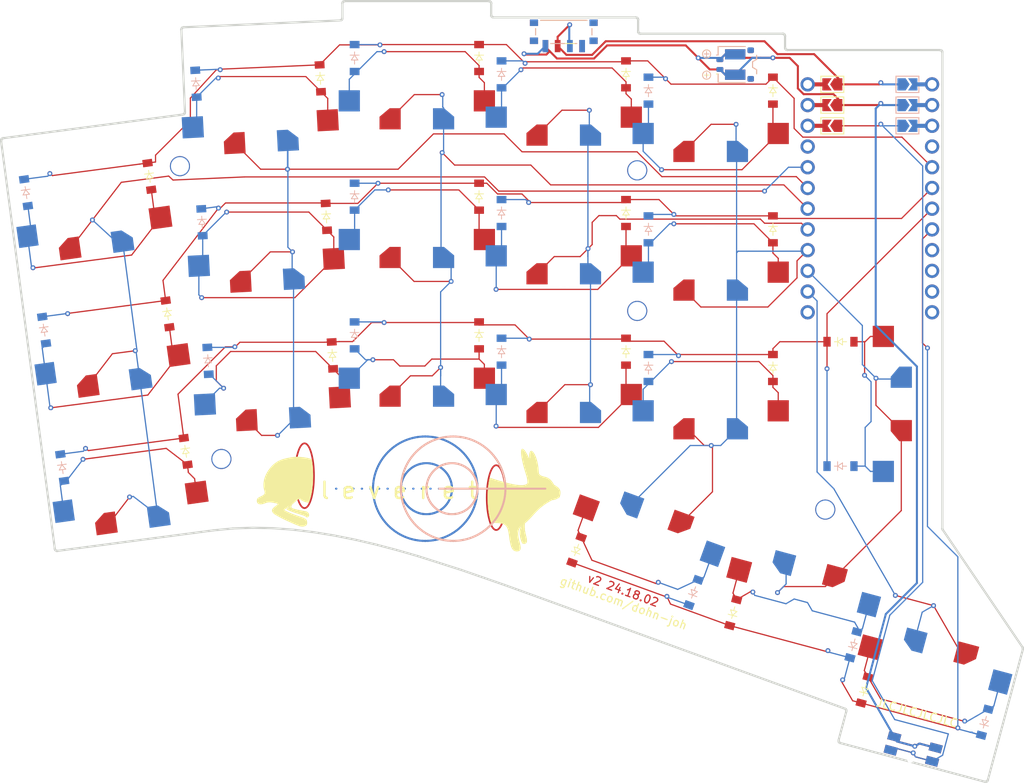
<source format=kicad_pcb>
(kicad_pcb (version 20221018) (generator pcbnew)
  (title_block (title "leveret_lp") (rev "v1.0.0") (company "Unknown"))
  (layers (0 "F.Cu" signal) (31 "B.Cu" signal) (34 "B.Paste" user) (35 "F.Paste" user) (36 "B.SilkS" user "B.Silkscreen") (37 "F.SilkS" user "F.Silkscreen") (38 "B.Mask" user) (39 "F.Mask" user) (44 "Edge.Cuts" user))
  (net 0 "")
  (net 1 "RAW")
  (net 2 "GND")
  (net 3 "RST")
  (net 4 "C1")
  (net 5 "C2")
  (net 6 "C3")
  (net 7 "C4")
  (net 8 "C5")
  (net 9 "C6")
  (net 10 "C7")
  (net 11 "P17")
  (net 12 "R1")
  (net 13 "R2")
  (net 14 "R3")
  (net 15 "R4")
  (net 16 "P24")
  (net 17 "P25")
  (net 18 "P26")
  (net 19 "P27")
  (net 20 "ring_bottom")
  (net 21 "ring_home")
  (net 22 "ring_top")
  (net 23 "middle_bottom")
  (net 24 "middle_home")
  (net 25 "middle_top")
  (net 26 "index_bottom")
  (net 27 "index_home")
  (net 28 "index_top")
  (net 29 "inner_bottom")
  (net 30 "inner_home")
  (net 31 "inner_top")
  (net 32 "base_upper")
  (net 33 "flexion_lower")
  (net 34 "base_lower")
  (net 35 "extension_lower")
  (net 36 "pinky_bottom")
  (net 37 "pinky_home")
  (net 38 "pinky_top")
  (net 39 "BAT_P")
  (footprint "ComboDiode" (layer "F.Cu") (at 175.340252 86.553499 -90)
    (fp_text reference "D28" hide)
    (fp_text value "")
  )
  (footprint "ComboDiode" (layer "F.Cu") (at 101.171752 79.917005 -82)
    (fp_text reference "D17" hide)
    (fp_text value "")
  )
  (footprint "PG1350" (layer "F.Cu") (at 167.715253 88.053503 180)
    (fp_text reference "S10" hide)
    (fp_text value "")
  )
  (footprint "PG1350" (layer "F.Cu") (at 113.078048 69.852905 -177)
    (fp_text reference "S2" hide)
    (fp_text value "")
  )
  (footprint "promicro" (layer "F.Cu") (at 187.215252 65.753503)
    (fp_text reference "MCU1" hide)
    (fp_text value "mcu" hide)
  )
  (footprint "ComboDiode" (layer "F.Cu") (at 175.340249 69.553502 -90)
    (fp_text reference "D29" hide)
    (fp_text value "")
  )
  (footprint "PG1350" (layer "F.Cu") (at 194.321452 126.553303 -15)
    (fp_text reference "S16" hide)
    (fp_text value "")
  )
  (footprint "ComboDiode" (layer "F.Cu") (at 119.888852 51.037909 -87)
    (fp_text reference "D21" hide)
    (fp_text value "")
  )
  (footprint "ComboDiode" (layer "F.Cu") (at 183.615649 83.332697)
    (fp_text reference "D38" hide)
    (fp_text value "")
  )
  (footprint "ComboDiode" (layer "F.Cu") (at 157.340254 50.553505 -90)
    (fp_text reference "D27" hide)
    (fp_text value "")
  )
  (footprint "ComboDiode" (layer "F.Cu") (at 151.287047 108.855104 70)
    (fp_text reference "D34" hide)
    (fp_text value "")
  )
  (footprint "ComboDiode" (layer "F.Cu") (at 157.340245 67.553503 -90)
    (fp_text reference "D26" hide)
    (fp_text value "")
  )
  (footprint "ComboDiode" (layer "F.Cu") (at 170.475449 116.540302 75)
    (fp_text reference "D35" hide)
    (fp_text value "")
  )
  (footprint "mounting_hole" (layer "F.Cu") (at 158.715248 62.323498)
    (fp_text reference "H3" hide)
    (fp_text value "")
  )
  (footprint "PG1350" (layer "F.Cu") (at 131.715242 84.053502 180)
    (fp_text reference "S4" hide)
    (fp_text value "")
  )
  (footprint "PG1350" (layer "F.Cu") (at 178.228947 117.064903 -15)
    (fp_text reference "S15" hide)
    (fp_text value "")
  )
  (footprint "power_switch" (layer "F.Cu") (at 149.715249 45.3535 90)
    (fp_text reference "SW1" hide)
    (fp_text value "")
  )
  (footprint "edgecuts" (layer "F.Cu") (at 143.376249 89.4275)
    (fp_text reference "O1" hide)
    (fp_text value "edgecuts")
    (fp_line (start -62.596467 -30.755578) (end -62.596359 -30.740816) (stroke (width 0.264582)) (layer "Edge.Cuts"))
    (fp_line (start -62.596359 -30.740816) (end -62.595519 -30.726023) (stroke (width 0.264582)) (layer "Edge.Cuts"))
    (fp_line (start -62.595852 -30.770284) (end -62.596467 -30.755578) (stroke (width 0.264582)) (layer "Edge.Cuts"))
    (fp_line (start -62.595519 -30.726023) (end -62.593943 -30.711225) (stroke (width 0.264582)) (layer "Edge.Cuts"))
    (fp_line (start -62.59452 -30.784909) (end -62.595852 -30.770284) (stroke (width 0.264582)) (layer "Edge.Cuts"))
    (fp_line (start -62.593874 -30.712064) (end -60.414236 -14.154432) (stroke (width 0.264582)) (layer "Edge.Cuts"))
    (fp_line (start -62.592477 -30.799425) (end -62.59452 -30.784909) (stroke (width 0.264582)) (layer "Edge.Cuts"))
    (fp_line (start -62.589732 -30.813809) (end -62.592477 -30.799425) (stroke (width 0.264582)) (layer "Edge.Cuts"))
    (fp_line (start -62.586291 -30.828033) (end -62.589732 -30.813809) (stroke (width 0.264582)) (layer "Edge.Cuts"))
    (fp_line (start -62.58216 -30.842073) (end -62.586291 -30.828033) (stroke (width 0.264582)) (layer "Edge.Cuts"))
    (fp_line (start -62.577347 -30.855902) (end -62.58216 -30.842073) (stroke (width 0.264582)) (layer "Edge.Cuts"))
    (fp_line (start -62.571858 -30.869495) (end -62.577347 -30.855902) (stroke (width 0.264582)) (layer "Edge.Cuts"))
    (fp_line (start -62.5657 -30.882826) (end -62.571858 -30.869495) (stroke (width 0.264582)) (layer "Edge.Cuts"))
    (fp_line (start -62.558881 -30.89587) (end -62.5657 -30.882826) (stroke (width 0.264582)) (layer "Edge.Cuts"))
    (fp_line (start -62.551407 -30.908601) (end -62.558881 -30.89587) (stroke (width 0.264582)) (layer "Edge.Cuts"))
    (fp_line (start -62.543285 -30.920992) (end -62.551407 -30.908601) (stroke (width 0.264582)) (layer "Edge.Cuts"))
    (fp_line (start -62.534521 -30.933019) (end -62.543285 -30.920992) (stroke (width 0.264582)) (layer "Edge.Cuts"))
    (fp_line (start -62.525173 -30.944597) (end -62.534521 -30.933019) (stroke (width 0.264582)) (layer "Edge.Cuts"))
    (fp_line (start -62.515306 -30.95565) (end -62.525173 -30.944597) (stroke (width 0.264582)) (layer "Edge.Cuts"))
    (fp_line (start -62.504944 -30.966165) (end -62.515306 -30.95565) (stroke (width 0.264582)) (layer "Edge.Cuts"))
    (fp_line (start -62.49411 -30.976129) (end -62.504944 -30.966165) (stroke (width 0.264582)) (layer "Edge.Cuts"))
    (fp_line (start -62.482827 -30.985527) (end -62.49411 -30.976129) (stroke (width 0.264582)) (layer "Edge.Cuts"))
    (fp_line (start -62.471118 -30.994348) (end -62.482827 -30.985527) (stroke (width 0.264582)) (layer "Edge.Cuts"))
    (fp_line (start -62.459006 -31.002577) (end -62.471118 -30.994348) (stroke (width 0.264582)) (layer "Edge.Cuts"))
    (fp_line (start -62.446514 -31.010201) (end -62.459006 -31.002577) (stroke (width 0.264582)) (layer "Edge.Cuts"))
    (fp_line (start -62.433665 -31.017207) (end -62.446514 -31.010201) (stroke (width 0.264582)) (layer "Edge.Cuts"))
    (fp_line (start -62.420483 -31.023582) (end -62.433665 -31.017207) (stroke (width 0.264582)) (layer "Edge.Cuts"))
    (fp_line (start -62.40699 -31.029312) (end -62.420483 -31.023582) (stroke (width 0.264582)) (layer "Edge.Cuts"))
    (fp_line (start -62.393209 -31.034384) (end -62.40699 -31.029312) (stroke (width 0.264582)) (layer "Edge.Cuts"))
    (fp_line (start -62.379164 -31.038785) (end -62.393209 -31.034384) (stroke (width 0.264582)) (layer "Edge.Cuts"))
    (fp_line (start -62.364878 -31.042501) (end -62.379164 -31.038785) (stroke (width 0.264582)) (layer "Edge.Cuts"))
    (fp_line (start -62.350373 -31.045519) (end -62.364878 -31.042501) (stroke (width 0.264582)) (layer "Edge.Cuts"))
    (fp_line (start -62.335673 -31.047826) (end -62.350373 -31.045519) (stroke (width 0.264582)) (layer "Edge.Cuts"))
    (fp_line (start -62.335642 -31.048086) (end -40.328394 -33.94528) (stroke (width 0.264582)) (layer "Edge.Cuts"))
    (fp_line (start -60.414236 -14.154439) (end -60.410837 -14.128042) (stroke (width 0.264582)) (layer "Edge.Cuts"))
    (fp_line (start -60.410799 -14.127988) (end -58.195177 2.699511) (stroke (width 0.264582)) (layer "Edge.Cuts"))
    (fp_line (start -58.195177 2.699511) (end -58.191778 2.726016) (stroke (width 0.264582)) (layer "Edge.Cuts"))
    (fp_line (start -58.191736 2.72597) (end -56.012099 19.283602) (stroke (width 0.264582)) (layer "Edge.Cuts"))
    (fp_line (start -56.012034 19.283389) (end -56.009631 19.298643) (stroke (width 0.264582)) (layer "Edge.Cuts"))
    (fp_line (start -56.009631 19.298643) (end -56.006493 19.313596) (stroke (width 0.264582)) (layer "Edge.Cuts"))
    (fp_line (start -56.006493 19.313596) (end -56.002641 19.328231) (stroke (width 0.264582)) (layer "Edge.Cuts"))
    (fp_line (start -56.002641 19.328231) (end -55.998096 19.342533) (stroke (width 0.264582)) (layer "Edge.Cuts"))
    (fp_line (start -55.998096 19.342533) (end -55.99288 19.356485) (stroke (width 0.264582)) (layer "Edge.Cuts"))
    (fp_line (start -55.99288 19.356485) (end -55.987013 19.370071) (stroke (width 0.264582)) (layer "Edge.Cuts"))
    (fp_line (start -55.987013 19.370071) (end -55.980517 19.383274) (stroke (width 0.264582)) (layer "Edge.Cuts"))
    (fp_line (start -55.980517 19.383274) (end -55.973413 19.396079) (stroke (width 0.264582)) (layer "Edge.Cuts"))
    (fp_line (start -55.973413 19.396079) (end -55.965721 19.408469) (stroke (width 0.264582)) (layer "Edge.Cuts"))
    (fp_line (start -55.965721 19.408469) (end -55.957464 19.420428) (stroke (width 0.264582)) (layer "Edge.Cuts"))
    (fp_line (start -55.957464 19.420428) (end -55.948663 19.43194) (stroke (width 0.264582)) (layer "Edge.Cuts"))
    (fp_line (start -55.948663 19.43194) (end -55.939337 19.442988) (stroke (width 0.264582)) (layer "Edge.Cuts"))
    (fp_line (start -55.939337 19.442988) (end -55.929509 19.453557) (stroke (width 0.264582)) (layer "Edge.Cuts"))
    (fp_line (start -55.929509 19.453557) (end -55.9192 19.463629) (stroke (width 0.264582)) (layer "Edge.Cuts"))
    (fp_line (start -55.9192 19.463629) (end -55.908431 19.47319) (stroke (width 0.264582)) (layer "Edge.Cuts"))
    (fp_line (start -55.908431 19.47319) (end -55.897223 19.482222) (stroke (width 0.264582)) (layer "Edge.Cuts"))
    (fp_line (start -55.897223 19.482222) (end -55.885597 19.49071) (stroke (width 0.264582)) (layer "Edge.Cuts"))
    (fp_line (start -55.885597 19.49071) (end -55.873574 19.498636) (stroke (width 0.264582)) (layer "Edge.Cuts"))
    (fp_line (start -55.873574 19.498636) (end -55.861176 19.505986) (stroke (width 0.264582)) (layer "Edge.Cuts"))
    (fp_line (start -55.861176 19.505986) (end -55.848423 19.512743) (stroke (width 0.264582)) (layer "Edge.Cuts"))
    (fp_line (start -55.848423 19.512743) (end -55.835337 19.51889) (stroke (width 0.264582)) (layer "Edge.Cuts"))
    (fp_line (start -55.835337 19.51889) (end -55.821939 19.524411) (stroke (width 0.264582)) (layer "Edge.Cuts"))
    (fp_line (start -55.821939 19.524411) (end -55.80825 19.529291) (stroke (width 0.264582)) (layer "Edge.Cuts"))
    (fp_line (start -55.80825 19.529291) (end -55.794291 19.533512) (stroke (width 0.264582)) (layer "Edge.Cuts"))
    (fp_line (start -55.794291 19.533512) (end -55.780083 19.537059) (stroke (width 0.264582)) (layer "Edge.Cuts"))
    (fp_line (start -55.780083 19.537059) (end -55.765648 19.539916) (stroke (width 0.264582)) (layer "Edge.Cuts"))
    (fp_line (start -55.765648 19.539916) (end -55.751007 19.542065) (stroke (width 0.264582)) (layer "Edge.Cuts"))
    (fp_line (start -55.751007 19.542065) (end -55.73618 19.543492) (stroke (width 0.264582)) (layer "Edge.Cuts"))
    (fp_line (start -55.73618 19.543492) (end -55.721189 19.544179) (stroke (width 0.264582)) (layer "Edge.Cuts"))
    (fp_line (start -55.721189 19.544179) (end -55.706056 19.544111) (stroke (width 0.264582)) (layer "Edge.Cuts"))
    (fp_line (start -55.706056 19.544111) (end -55.6908 19.543271) (stroke (width 0.264582)) (layer "Edge.Cuts"))
    (fp_line (start -55.6908 19.543271) (end -55.675444 19.541644) (stroke (width 0.264582)) (layer "Edge.Cuts"))
    (fp_line (start -55.675551 19.542895) (end -36.604121 17.032) (stroke (width 0.264582)) (layer "Edge.Cuts"))
    (fp_line (start -40.508002 -44.348232) (end -40.507719 -44.332792) (stroke (width 0.264582)) (layer "Edge.Cuts"))
    (fp_line (start -40.50778 -44.332815) (end -40.067778 -34.254835) (stroke (width 0.264582)) (layer "Edge.Cuts"))
    (fp_line (start -40.507509 -44.363503) (end -40.508002 -44.348232) (stroke (width 0.264582)) (layer "Edge.Cuts"))
    (fp_line (start -40.506257 -44.378586) (end -40.507509 -44.363503) (stroke (width 0.264582)) (layer "Edge.Cuts"))
    (fp_line (start -40.504266 -44.39346) (end -40.506257 -44.378586) (stroke (width 0.264582)) (layer "Edge.Cuts"))
    (fp_line (start -40.501552 -44.408106) (end -40.504266 -44.39346) (stroke (width 0.264582)) (layer "Edge.Cuts"))
    (fp_line (start -40.498134 -44.422505) (end -40.501552 -44.408106) (stroke (width 0.264582)) (layer "Edge.Cuts"))
    (fp_line (start -40.494029 -44.436637) (end -40.498134 -44.422505) (stroke (width 0.264582)) (layer "Edge.Cuts"))
    (fp_line (start -40.489257 -44.450481) (end -40.494029 -44.436637) (stroke (width 0.264582)) (layer "Edge.Cuts"))
    (fp_line (start -40.483834 -44.464019) (end -40.489257 -44.450481) (stroke (width 0.264582)) (layer "Edge.Cuts"))
    (fp_line (start -40.477779 -44.477231) (end -40.483834 -44.464019) (stroke (width 0.264582)) (layer "Edge.Cuts"))
    (fp_line (start -40.47111 -44.490097) (end -40.477779 -44.477231) (stroke (width 0.264582)) (layer "Edge.Cuts"))
    (fp_line (start -40.463845 -44.502597) (end -40.47111 -44.490097) (stroke (width 0.264582)) (layer "Edge.Cuts"))
    (fp_line (start -40.456002 -44.514712) (end -40.463845 -44.502597) (stroke (width 0.264582)) (layer "Edge.Cuts"))
    (fp_line (start -40.447599 -44.526423) (end -40.456002 -44.514712) (stroke (width 0.264582)) (layer "Edge.Cuts"))
    (fp_line (start -40.438654 -44.537708) (end -40.447599 -44.526423) (stroke (width 0.264582)) (layer "Edge.Cuts"))
    (fp_line (start -40.429184 -44.54855) (end -40.438654 -44.537708) (stroke (width 0.264582)) (layer "Edge.Cuts"))
    (fp_line (start -40.419209 -44.558928) (end -40.429184 -44.54855) (stroke (width 0.264582)) (layer "Edge.Cuts"))
    (fp_line (start -40.408745 -44.568823) (end -40.419209 -44.558928) (stroke (width 0.264582)) (layer "Edge.Cuts"))
    (fp_line (start -40.397811 -44.578214) (end -40.408745 -44.568823) (stroke (width 0.264582)) (layer "Edge.Cuts"))
    (fp_line (start -40.386426 -44.587083) (end -40.397811 -44.578214) (stroke (width 0.264582)) (layer "Edge.Cuts"))
    (fp_line (start -40.374606 -44.595409) (end -40.386426 -44.587083) (stroke (width 0.264582)) (layer "Edge.Cuts"))
    (fp_line (start -40.36237 -44.603174) (end -40.374606 -44.595409) (stroke (width 0.264582)) (layer "Edge.Cuts"))
    (fp_line (start -40.349736 -44.610356) (end -40.36237 -44.603174) (stroke (width 0.264582)) (layer "Edge.Cuts"))
    (fp_line (start -40.336722 -44.616938) (end -40.349736 -44.610356) (stroke (width 0.264582)) (layer "Edge.Cuts"))
    (fp_line (start -40.328299 -33.945142) (end -40.313964 -33.947378) (stroke (width 0.264582)) (layer "Edge.Cuts"))
    (fp_line (start -40.323346 -44.622898) (end -40.336722 -44.616938) (stroke (width 0.264582)) (layer "Edge.Cuts"))
    (fp_line (start -40.313964 -33.947378) (end -40.299884 -33.950268) (stroke (width 0.264582)) (layer "Edge.Cuts"))
    (fp_line (start -40.309626 -44.628218) (end -40.323346 -44.622898) (stroke (width 0.264582)) (layer "Edge.Cuts"))
    (fp_line (start -40.299884 -33.950268) (end -40.286074 -33.953794) (stroke (width 0.264582)) (layer "Edge.Cuts"))
    (fp_line (start -40.29558 -44.632877) (end -40.309626 -44.628218) (stroke (width 0.264582)) (layer "Edge.Cuts"))
    (fp_line (start -40.286074 -33.953794) (end -40.272548 -33.95794) (stroke (width 0.264582)) (layer "Edge.Cuts"))
    (fp_line (start -40.281226 -44.636856) (end -40.29558 -44.632877) (stroke (width 0.264582)) (layer "Edge.Cuts"))
    (fp_line (start -40.272548 -33.95794) (end -40.259321 -33.962687) (stroke (width 0.264582)) (layer "Edge.Cuts"))
    (fp_line (start -40.266582 -44.640136) (end -40.281226 -44.636856) (stroke (width 0.264582)) (layer "Edge.Cuts"))
    (fp_line (start -40.259321 -33.962687) (end -40.246406 -33.96802) (stroke (width 0.264582)) (layer "Edge.Cuts"))
    (fp_line (start -40.251666 -44.642697) (end -40.266582 -44.640136) (stroke (width 0.264582)) (layer "Edge.Cuts"))
    (fp_line (start -40.246406 -33.96802) (end -40.233819 -33.973921) (stroke (width 0.264582)) (layer "Edge.Cuts"))
    (fp_line (start -40.236496 -44.644519) (end -40.251666 -44.642697) (stroke (width 0.264582)) (layer "Edge.Cuts"))
    (fp_line (start -40.233819 -33.973921) (end -40.221574 -33.980372) (stroke (width 0.264582)) (layer "Edge.Cuts"))
    (fp_line (start -40.221574 -33.980372) (end -40.209685 -33.987356) (stroke (width 0.264582)) (layer "Edge.Cuts"))
    (fp_line (start -40.221091 -44.645582) (end -40.236496 -44.644519) (stroke (width 0.264582)) (layer "Edge.Cuts"))
    (fp_line (start -40.220972 -44.645025) (end -21.066462 -45.481107) (stroke (width 0.264582)) (layer "Edge.Cuts"))
    (fp_line (start -40.209685 -33.987356) (end -40.198166 -33.994857) (stroke (width 0.264582)) (layer "Edge.Cuts"))
    (fp_line (start -40.198166 -33.994857) (end -40.187033 -34.002856) (stroke (width 0.264582)) (layer "Edge.Cuts"))
    (fp_line (start -40.187033 -34.002856) (end -40.176299 -34.011338) (stroke (width 0.264582)) (layer "Edge.Cuts"))
    (fp_line (start -40.176299 -34.011338) (end -40.16598 -34.020284) (stroke (width 0.264582)) (layer "Edge.Cuts"))
    (fp_line (start -40.16598 -34.020284) (end -40.156088 -34.029677) (stroke (width 0.264582)) (layer "Edge.Cuts"))
    (fp_line (start -40.156088 -34.029677) (end -40.14664 -34.039501) (stroke (width 0.264582)) (layer "Edge.Cuts"))
    (fp_line (start -40.14664 -34.039501) (end -40.137648 -34.049737) (stroke (width 0.264582)) (layer "Edge.Cuts"))
    (fp_line (start -40.137648 -34.049737) (end -40.129129 -34.06037) (stroke (width 0.264582)) (layer "Edge.Cuts"))
    (fp_line (start -40.129129 -34.06037) (end -40.121095 -34.071381) (stroke (width 0.264582)) (layer "Edge.Cuts"))
    (fp_line (start -40.121095 -34.071381) (end -40.113562 -34.082753) (stroke (width 0.264582)) (layer "Edge.Cuts"))
    (fp_line (start -40.113562 -34.082753) (end -40.106544 -34.09447) (stroke (width 0.264582)) (layer "Edge.Cuts"))
    (fp_line (start -40.106544 -34.09447) (end -40.100056 -34.106514) (stroke (width 0.264582)) (layer "Edge.Cuts"))
    (fp_line (start -40.100056 -34.106514) (end -40.094111 -34.118867) (stroke (width 0.264582)) (layer "Edge.Cuts"))
    (fp_line (start -40.094111 -34.118867) (end -40.088724 -34.131513) (stroke (width 0.264582)) (layer "Edge.Cuts"))
    (fp_line (start -40.088724 -34.131513) (end -40.08391 -34.144435) (stroke (width 0.264582)) (layer "Edge.Cuts"))
    (fp_line (start -40.08391 -34.144435) (end -40.079684 -34.157614) (stroke (width 0.264582)) (layer "Edge.Cuts"))
    (fp_line (start -40.079684 -34.157614) (end -40.076058 -34.171035) (stroke (width 0.264582)) (layer "Edge.Cuts"))
    (fp_line (start -40.076058 -34.171035) (end -40.073049 -34.18468) (stroke (width 0.264582)) (layer "Edge.Cuts"))
    (fp_line (start -40.073049 -34.18468) (end -40.07067 -34.198531) (stroke (width 0.264582)) (layer "Edge.Cuts"))
    (fp_line (start -40.07067 -34.198531) (end -40.068936 -34.212572) (stroke (width 0.264582)) (layer "Edge.Cuts"))
    (fp_line (start -40.068936 -34.212572) (end -40.067861 -34.226785) (stroke (width 0.264582)) (layer "Edge.Cuts"))
    (fp_line (start -40.067861 -34.226785) (end -40.06746 -34.241153) (stroke (width 0.264582)) (layer "Edge.Cuts"))
    (fp_line (start -40.06746 -34.241153) (end -40.067747 -34.255659) (stroke (width 0.264582)) (layer "Edge.Cuts"))
    (fp_line (start -36.604121 17.031985) (end -34.201502 16.796043) (stroke (width 0.264582)) (layer "Edge.Cuts"))
    (fp_line (start -34.201502 16.796043) (end -31.768004 16.709947) (stroke (width 0.264582)) (layer "Edge.Cuts"))
    (fp_line (start -31.768004 16.709947) (end -29.305687 16.763707) (stroke (width 0.264582)) (layer "Edge.Cuts"))
    (fp_line (start -29.305687 16.763707) (end -26.816609 16.947334) (stroke (width 0.264582)) (layer "Edge.Cuts"))
    (fp_line (start -26.816609 16.947334) (end -24.302828 17.250838) (stroke (width 0.264582)) (layer "Edge.Cuts"))
    (fp_line (start -24.302828 17.250838) (end -21.766402 17.664228) (stroke (width 0.264582)) (layer "Edge.Cuts"))
    (fp_line (start -21.766402 17.664228) (end -19.209391 18.177516) (stroke (width 0.264582)) (layer "Edge.Cuts"))
    (fp_line (start -21.06637 -45.481901) (end -21.051431 -45.482921) (stroke (width 0.264582)) (layer "Edge.Cuts"))
    (fp_line (start -21.051431 -45.482921) (end -21.036707 -45.484657) (stroke (width 0.264582)) (layer "Edge.Cuts"))
    (fp_line (start -21.036707 -45.484657) (end -21.022217 -45.48709) (stroke (width 0.264582)) (layer "Edge.Cuts"))
    (fp_line (start -21.022217 -45.48709) (end -21.007976 -45.490203) (stroke (width 0.264582)) (layer "Edge.Cuts"))
    (fp_line (start -21.007976 -45.490203) (end -20.994003 -45.493979) (stroke (width 0.264582)) (layer "Edge.Cuts"))
    (fp_line (start -20.994003 -45.493979) (end -20.980313 -45.498399) (stroke (width 0.264582)) (layer "Edge.Cuts"))
    (fp_line (start -20.980313 -45.498399) (end -20.966924 -45.503446) (stroke (width 0.264582)) (layer "Edge.Cuts"))
    (fp_line (start -20.966924 -45.503446) (end -20.953852 -45.509103) (stroke (width 0.264582)) (layer "Edge.Cuts"))
    (fp_line (start -20.953852 -45.509103) (end -20.941115 -45.515351) (stroke (width 0.264582)) (layer "Edge.Cuts"))
    (fp_line (start -20.941115 -45.515351) (end -20.92873 -45.522172) (stroke (width 0.264582)) (layer "Edge.Cuts"))
    (fp_line (start -20.92873 -45.522172) (end -20.916713 -45.52955) (stroke (width 0.264582)) (layer "Edge.Cuts"))
    (fp_line (start -20.916713 -45.52955) (end -20.905081 -45.537467) (stroke (width 0.264582)) (layer "Edge.Cuts"))
    (fp_line (start -20.905081 -45.537467) (end -20.893852 -45.545904) (stroke (width 0.264582)) (layer "Edge.Cuts"))
    (fp_line (start -20.893852 -45.545904) (end -20.883042 -45.554844) (stroke (width 0.264582)) (layer "Edge.Cuts"))
    (fp_line (start -20.883042 -45.554844) (end -20.872668 -45.56427) (stroke (width 0.264582)) (layer "Edge.Cuts"))
    (fp_line (start -20.872668 -45.56427) (end -20.862747 -45.574163) (stroke (width 0.264582)) (layer "Edge.Cuts"))
    (fp_line (start -20.862747 -45.574163) (end -20.853297 -45.584506) (stroke (width 0.264582)) (layer "Edge.Cuts"))
    (fp_line (start -20.853297 -45.584506) (end -20.844333 -45.595282) (stroke (width 0.264582)) (layer "Edge.Cuts"))
    (fp_line (start -20.844333 -45.595282) (end -20.835873 -45.606472) (stroke (width 0.264582)) (layer "Edge.Cuts"))
    (fp_line (start -20.835873 -45.606472) (end -20.827935 -45.618059) (stroke (width 0.264582)) (layer "Edge.Cuts"))
    (fp_line (start -20.827935 -45.618059) (end -20.820533 -45.630025) (stroke (width 0.264582)) (layer "Edge.Cuts"))
    (fp_line (start -20.820533 -45.630025) (end -20.813687 -45.642353) (stroke (width 0.264582)) (layer "Edge.Cuts"))
    (fp_line (start -20.813687 -45.642353) (end -20.807412 -45.655025) (stroke (width 0.264582)) (layer "Edge.Cuts"))
    (fp_line (start -20.807412 -45.655025) (end -20.801726 -45.668022) (stroke (width 0.264582)) (layer "Edge.Cuts"))
    (fp_line (start -20.801726 -45.668022) (end -20.796646 -45.681329) (stroke (width 0.264582)) (layer "Edge.Cuts"))
    (fp_line (start -20.796646 -45.681329) (end -20.792188 -45.694925) (stroke (width 0.264582)) (layer "Edge.Cuts"))
    (fp_line (start -20.792188 -45.694925) (end -20.788369 -45.708795) (stroke (width 0.264582)) (layer "Edge.Cuts"))
    (fp_line (start -20.788369 -45.708795) (end -20.785207 -45.722921) (stroke (width 0.264582)) (layer "Edge.Cuts"))
    (fp_line (start -20.785207 -45.722921) (end -20.782718 -45.737284) (stroke (width 0.264582)) (layer "Edge.Cuts"))
    (fp_line (start -20.782718 -45.737284) (end -20.780919 -45.751867) (stroke (width 0.264582)) (layer "Edge.Cuts"))
    (fp_line (start -20.780919 -45.751867) (end -20.779827 -45.766652) (stroke (width 0.264582)) (layer "Edge.Cuts"))
    (fp_line (start -20.779827 -45.766652) (end -20.779459 -45.781621) (stroke (width 0.264582)) (layer "Edge.Cuts"))
    (fp_line (start -20.779391 -45.782735) (end -20.779391 -47.552801) (stroke (width 0.264582)) (layer "Edge.Cuts"))
    (fp_line (start -20.779068 -47.569154) (end -20.779459 -47.553716) (stroke (width 0.264582)) (layer "Edge.Cuts"))
    (fp_line (start -20.777909 -47.584388) (end -20.779068 -47.569154) (stroke (width 0.264582)) (layer "Edge.Cuts"))
    (fp_line (start -20.776001 -47.599402) (end -20.777909 -47.584388) (stroke (width 0.264582)) (layer "Edge.Cuts"))
    (fp_line (start -20.773362 -47.614175) (end -20.776001 -47.599402) (stroke (width 0.264582)) (layer "Edge.Cuts"))
    (fp_line (start -20.770011 -47.628688) (end -20.773362 -47.614175) (stroke (width 0.264582)) (layer "Edge.Cuts"))
    (fp_line (start -20.765968 -47.642924) (end -20.770011 -47.628688) (stroke (width 0.264582)) (layer "Edge.Cuts"))
    (fp_line (start -20.761251 -47.656863) (end -20.765968 -47.642924) (stroke (width 0.264582)) (layer "Edge.Cuts"))
    (fp_line (start -20.755879 -47.670486) (end -20.761251 -47.656863) (stroke (width 0.264582)) (layer "Edge.Cuts"))
    (fp_line (start -20.749871 -47.683774) (end -20.755879 -47.670486) (stroke (width 0.264582)) (layer "Edge.Cuts"))
    (fp_line (start -20.743246 -47.696709) (end -20.749871 -47.683774) (stroke (width 0.264582)) (layer "Edge.Cuts"))
    (fp_line (start -20.736022 -47.709271) (end -20.743246 -47.696709) (stroke (width 0.264582)) (layer "Edge.Cuts"))
    (fp_line (start -20.728218 -47.721443) (end -20.736022 -47.709271) (stroke (width 0.264582)) (layer "Edge.Cuts"))
    (fp_line (start -20.719854 -47.733204) (end -20.728218 -47.721443) (stroke (width 0.264582)) (layer "Edge.Cuts"))
    (fp_line (start -20.710948 -47.744537) (end -20.719854 -47.733204) (stroke (width 0.264582)) (layer "Edge.Cuts"))
    (fp_line (start -20.701518 -47.755422) (end -20.710948 -47.744537) (stroke (width 0.264582)) (layer "Edge.Cuts"))
    (fp_line (start -20.691585 -47.76584) (end -20.701518 -47.755422) (stroke (width 0.264582)) (layer "Edge.Cuts"))
    (fp_line (start -20.681166 -47.775773) (end -20.691585 -47.76584) (stroke (width 0.264582)) (layer "Edge.Cuts"))
    (fp_line (start -20.670281 -47.785202) (end -20.681166 -47.775773) (stroke (width 0.264582)) (layer "Edge.Cuts"))
    (fp_line (start -20.658947 -47.794107) (end -20.670281 -47.785202) (stroke (width 0.264582)) (layer "Edge.Cuts"))
    (fp_line (start -20.647186 -47.802471) (end -20.658947 -47.794107) (stroke (width 0.264582)) (layer "Edge.Cuts"))
    (fp_line (start -20.635014 -47.810274) (end -20.647186 -47.802471) (stroke (width 0.264582)) (layer "Edge.Cuts"))
    (fp_line (start -20.622451 -47.817497) (end -20.635014 -47.810274) (stroke (width 0.264582)) (layer "Edge.Cuts"))
    (fp_line (start -20.609516 -47.824122) (end -20.622451 -47.817497) (stroke (width 0.264582)) (layer "Edge.Cuts"))
    (fp_line (start -20.596227 -47.83013) (end -20.609516 -47.824122) (stroke (width 0.264582)) (layer "Edge.Cuts"))
    (fp_line (start -20.582604 -47.835501) (end -20.596227 -47.83013) (stroke (width 0.264582)) (layer "Edge.Cuts"))
    (fp_line (start -20.568665 -47.840217) (end -20.582604 -47.835501) (stroke (width 0.264582)) (layer "Edge.Cuts"))
    (fp_line (start -20.554429 -47.84426) (end -20.568665 -47.840217) (stroke (width 0.264582)) (layer "Edge.Cuts"))
    (fp_line (start -20.539915 -47.847609) (end -20.554429 -47.84426) (stroke (width 0.264582)) (layer "Edge.Cuts"))
    (fp_line (start -20.525142 -47.850248) (end -20.539915 -47.847609) (stroke (width 0.264582)) (layer "Edge.Cuts"))
    (fp_line (start -20.510129 -47.852155) (end -20.525142 -47.850248) (stroke (width 0.264582)) (layer "Edge.Cuts"))
    (fp_line (start -20.494894 -47.853314) (end -20.510129 -47.852155) (stroke (width 0.264582)) (layer "Edge.Cuts"))
    (fp_line (start -20.479456 -47.853704) (end -20.494894 -47.853314) (stroke (width 0.264582)) (layer "Edge.Cuts"))
    (fp_line (start -19.209391 18.177516) (end -16.633852 18.780711) (stroke (width 0.264582)) (layer "Edge.Cuts"))
    (fp_line (start -16.633852 18.780711) (end -14.041845 19.463823) (stroke (width 0.264582)) (layer "Edge.Cuts"))
    (fp_line (start -14.041845 19.463823) (end -11.435427 20.216864) (stroke (width 0.264582)) (layer "Edge.Cuts"))
    (fp_line (start -11.435427 20.216864) (end -6.187596 21.89277) (stroke (width 0.264582)) (layer "Edge.Cuts"))
    (fp_line (start -6.187596 21.89277) (end -0.906825 23.72851) (stroke (width 0.264582)) (layer "Edge.Cuts"))
    (fp_line (start -2.853342 -47.854421) (end -20.479349 -47.854421) (stroke (width 0.264582)) (layer "Edge.Cuts"))
    (fp_line (start -2.838019 -47.853321) (end -2.853457 -47.853712) (stroke (width 0.264582)) (layer "Edge.Cuts"))
    (fp_line (start -2.822784 -47.852161) (end -2.838019 -47.853321) (stroke (width 0.264582)) (layer "Edge.Cuts"))
    (fp_line (start -2.807771 -47.850253) (end -2.822784 -47.852161) (stroke (width 0.264582)) (layer "Edge.Cuts"))
    (fp_line (start -2.792998 -47.847614) (end -2.807771 -47.850253) (stroke (width 0.264582)) (layer "Edge.Cuts"))
    (fp_line (start -2.778484 -47.844264) (end -2.792998 -47.847614) (stroke (width 0.264582)) (layer "Edge.Cuts"))
    (fp_line (start -2.764248 -47.840221) (end -2.778484 -47.844264) (stroke (width 0.264582)) (layer "Edge.Cuts"))
    (fp_line (start -2.750309 -47.835504) (end -2.764248 -47.840221) (stroke (width 0.264582)) (layer "Edge.Cuts"))
    (fp_line (start -2.736686 -47.830132) (end -2.750309 -47.835504) (stroke (width 0.264582)) (layer "Edge.Cuts"))
    (fp_line (start -2.723398 -47.824124) (end -2.736686 -47.830132) (stroke (width 0.264582)) (layer "Edge.Cuts"))
    (fp_line (start -2.710462 -47.817499) (end -2.723398 -47.824124) (stroke (width 0.264582)) (layer "Edge.Cuts"))
    (fp_line (start -2.6979 -47.810275) (end -2.710462 -47.817499) (stroke (width 0.264582)) (layer "Edge.Cuts"))
    (fp_line (start -2.685728 -47.802471) (end -2.6979 -47.810275) (stroke (width 0.264582)) (layer "Edge.Cuts"))
    (fp_line (start -2.673966 -47.794107) (end -2.685728 -47.802471) (stroke (width 0.264582)) (layer "Edge.Cuts"))
    (fp_line (start -2.662633 -47.785201) (end -2.673966 -47.794107) (stroke (width 0.264582)) (layer "Edge.Cuts"))
    (fp_line (start -2.651748 -47.775772) (end -2.662633 -47.785201) (stroke (width 0.264582)) (layer "Edge.Cuts"))
    (fp_line (start -2.641329 -47.765839) (end -2.651748 -47.775772) (stroke (width 0.264582)) (layer "Edge.Cuts"))
    (fp_line (start -2.631396 -47.755421) (end -2.641329 -47.765839) (stroke (width 0.264582)) (layer "Edge.Cuts"))
    (fp_line (start -2.621967 -47.744536) (end -2.631396 -47.755421) (stroke (width 0.264582)) (layer "Edge.Cuts"))
    (fp_line (start -2.613061 -47.733203) (end -2.621967 -47.744536) (stroke (width 0.264582)) (layer "Edge.Cuts"))
    (fp_line (start -2.604697 -47.721442) (end -2.613061 -47.733203) (stroke (width 0.264582)) (layer "Edge.Cuts"))
    (fp_line (start -2.596893 -47.70927) (end -2.604697 -47.721442) (stroke (width 0.264582)) (layer "Edge.Cuts"))
    (fp_line (start -2.58967 -47.696708) (end -2.596893 -47.70927) (stroke (width 0.264582)) (layer "Edge.Cuts"))
    (fp_line (start -2.583045 -47.683774) (end -2.58967 -47.696708) (stroke (width 0.264582)) (layer "Edge.Cuts"))
    (fp_line (start -2.577037 -47.670486) (end -2.583045 -47.683774) (stroke (width 0.264582)) (layer "Edge.Cuts"))
    (fp_line (start -2.571665 -47.656863) (end -2.577037 -47.670486) (stroke (width 0.264582)) (layer "Edge.Cuts"))
    (fp_line (start -2.566949 -47.642925) (end -2.571665 -47.656863) (stroke (width 0.264582)) (layer "Edge.Cuts"))
    (fp_line (start -2.562906 -47.62869) (end -2.566949 -47.642925) (stroke (width 0.264582)) (layer "Edge.Cuts"))
    (fp_line (start -2.559556 -47.614178) (end -2.562906 -47.62869) (stroke (width 0.264582)) (layer "Edge.Cuts"))
    (fp_line (start -2.556918 -47.599406) (end -2.559556 -47.614178) (stroke (width 0.264582)) (layer "Edge.Cuts"))
    (fp_line (start -2.55501 -47.584393) (end -2.556918 -47.599406) (stroke (width 0.264582)) (layer "Edge.Cuts"))
    (fp_line (start -2.553852 -47.56916) (end -2.55501 -47.584393) (stroke (width 0.264582)) (layer "Edge.Cuts"))
    (fp_line (start -2.553576 -46.15315) (end -2.553576 -47.552801) (stroke (width 0.264582)) (layer "Edge.Cuts"))
    (fp_line (start -2.553461 -47.553724) (end -2.553852 -47.56916) (stroke (width 0.264582)) (layer "Edge.Cuts"))
    (fp_line (start -2.553461 -46.153707) (end -2.553071 -46.138271) (stroke (width 0.264582)) (layer "Edge.Cuts"))
    (fp_line (start -2.553071 -46.138271) (end -2.551912 -46.123037) (stroke (width 0.264582)) (layer "Edge.Cuts"))
    (fp_line (start -2.551912 -46.123037) (end -2.550005 -46.108025) (stroke (width 0.264582)) (layer "Edge.Cuts"))
    (fp_line (start -2.550005 -46.108025) (end -2.547366 -46.093253) (stroke (width 0.264582)) (layer "Edge.Cuts"))
    (fp_line (start -2.547366 -46.093253) (end -2.544017 -46.078741) (stroke (width 0.264582)) (layer "Edge.Cuts"))
    (fp_line (start -2.544017 -46.078741) (end -2.539974 -46.064506) (stroke (width 0.264582)) (layer "Edge.Cuts"))
    (fp_line (start -2.539974 -46.064506) (end -2.535257 -46.050568) (stroke (width 0.264582)) (layer "Edge.Cuts"))
    (fp_line (start -2.535257 -46.050568) (end -2.529886 -46.036945) (stroke (width 0.264582)) (layer "Edge.Cuts"))
    (fp_line (start -2.529886 -46.036945) (end -2.523878 -46.023657) (stroke (width 0.264582)) (layer "Edge.Cuts"))
    (fp_line (start -2.523878 -46.023657) (end -2.517253 -46.010723) (stroke (width 0.264582)) (layer "Edge.Cuts"))
    (fp_line (start -2.517253 -46.010723) (end -2.510029 -45.99816) (stroke (width 0.264582)) (layer "Edge.Cuts"))
    (fp_line (start -2.510029 -45.99816) (end -2.502226 -45.985989) (stroke (width 0.264582)) (layer "Edge.Cuts"))
    (fp_line (start -2.502226 -45.985989) (end -2.493862 -45.974228) (stroke (width 0.264582)) (layer "Edge.Cuts"))
    (fp_line (start -2.493862 -45.974228) (end -2.484956 -45.962895) (stroke (width 0.264582)) (layer "Edge.Cuts"))
    (fp_line (start -2.484956 -45.962895) (end -2.475527 -45.95201) (stroke (width 0.264582)) (layer "Edge.Cuts"))
    (fp_line (start -2.475527 -45.95201) (end -2.465594 -45.941592) (stroke (width 0.264582)) (layer "Edge.Cuts"))
    (fp_line (start -2.465594 -45.941592) (end -2.455175 -45.931659) (stroke (width 0.264582)) (layer "Edge.Cuts"))
    (fp_line (start -2.455175 -45.931659) (end -2.44429 -45.92223) (stroke (width 0.264582)) (layer "Edge.Cuts"))
    (fp_line (start -2.44429 -45.92223) (end -2.432957 -45.913324) (stroke (width 0.264582)) (layer "Edge.Cuts"))
    (fp_line (start -2.432957 -45.913324) (end -2.421195 -45.90496) (stroke (width 0.264582)) (layer "Edge.Cuts"))
    (fp_line (start -2.421195 -45.90496) (end -2.409023 -45.897156) (stroke (width 0.264582)) (layer "Edge.Cuts"))
    (fp_line (start -2.409023 -45.897156) (end -2.39646 -45.889932) (stroke (width 0.264582)) (layer "Edge.Cuts"))
    (fp_line (start -2.39646 -45.889932) (end -2.383525 -45.883307) (stroke (width 0.264582)) (layer "Edge.Cuts"))
    (fp_line (start -2.383525 -45.883307) (end -2.370236 -45.877299) (stroke (width 0.264582)) (layer "Edge.Cuts"))
    (fp_line (start -2.370236 -45.877299) (end -2.356613 -45.871927) (stroke (width 0.264582)) (layer "Edge.Cuts"))
    (fp_line (start -2.356613 -45.871927) (end -2.342674 -45.86721) (stroke (width 0.264582)) (layer "Edge.Cuts"))
    (fp_line (start -2.342674 -45.86721) (end -2.328438 -45.863167) (stroke (width 0.264582)) (layer "Edge.Cuts"))
    (fp_line (start -2.328438 -45.863167) (end -2.313925 -45.859817) (stroke (width 0.264582)) (layer "Edge.Cuts"))
    (fp_line (start -2.313925 -45.859817) (end -2.299152 -45.857178) (stroke (width 0.264582)) (layer "Edge.Cuts"))
    (fp_line (start -2.299152 -45.857178) (end -2.284138 -45.855269) (stroke (width 0.264582)) (layer "Edge.Cuts"))
    (fp_line (start -2.284138 -45.855269) (end -2.268903 -45.85411) (stroke (width 0.264582)) (layer "Edge.Cuts"))
    (fp_line (start -2.268903 -45.85411) (end -2.253466 -45.853719) (stroke (width 0.264582)) (layer "Edge.Cuts"))
    (fp_line (start -0.906825 23.72851) (end 4.390417 25.644167) (stroke (width 0.264582)) (layer "Edge.Cuts"))
    (fp_line (start 4.390417 25.644183) (end 40.760053 38.881289) (stroke (width 0.264582)) (layer "Edge.Cuts"))
    (fp_line (start 15.146528 -45.854169) (end -2.253535 -45.854169) (stroke (width 0.264582)) (layer "Edge.Cuts"))
    (fp_line (start 15.161397 -45.853358) (end 15.14652 -45.853727) (stroke (width 0.264582)) (layer "Edge.Cuts"))
    (fp_line (start 15.176172 -45.852259) (end 15.161397 -45.853358) (stroke (width 0.264582)) (layer "Edge.Cuts"))
    (fp_line (start 15.190823 -45.850439) (end 15.176172 -45.852259) (stroke (width 0.264582)) (layer "Edge.Cuts"))
    (fp_line (start 15.205322 -45.847909) (end 15.190823 -45.850439) (stroke (width 0.264582)) (layer "Edge.Cuts"))
    (fp_line (start 15.219648 -45.844679) (end 15.205322 -45.847909) (stroke (width 0.264582)) (layer "Edge.Cuts"))
    (fp_line (start 15.233774 -45.840759) (end 15.219648 -45.844679) (stroke (width 0.264582)) (layer "Edge.Cuts"))
    (fp_line (start 15.247676 -45.836159) (end 15.233774 -45.840759) (stroke (width 0.264582)) (layer "Edge.Cuts"))
    (fp_line (start 15.261329 -45.83089) (end 15.247676 -45.836159) (stroke (width 0.264582)) (layer "Edge.Cuts"))
    (fp_line (start 15.27471 -45.824962) (end 15.261329 -45.83089) (stroke (width 0.264582)) (layer "Edge.Cuts"))
    (fp_line (start 15.287793 -45.818384) (end 15.27471 -45.824962) (stroke (width 0.264582)) (layer "Edge.Cuts"))
    (fp_line (start 15.300554 -45.811168) (end 15.287793 -45.818384) (stroke (width 0.264582)) (layer "Edge.Cuts"))
    (fp_line (start 15.312968 -45.803323) (end 15.300554 -45.811168) (stroke (width 0.264582)) (layer "Edge.Cuts"))
    (fp_line (start 15.32501 -45.794859) (end 15.312968 -45.803323) (stroke (width 0.264582)) (layer "Edge.Cuts"))
    (fp_line (start 15.336657 -45.785787) (end 15.32501 -45.794859) (stroke (width 0.264582)) (layer "Edge.Cuts"))
    (fp_line (start 15.347882 -45.776117) (end 15.336657 -45.785787) (stroke (width 0.264582)) (layer "Edge.Cuts"))
    (fp_line (start 15.358663 -45.765859) (end 15.347882 -45.776117) (stroke (width 0.264582)) (layer "Edge.Cuts"))
    (fp_line (start 15.368923 -45.75508) (end 15.358663 -45.765859) (stroke (width 0.264582)) (layer "Edge.Cuts"))
    (fp_line (start 15.378594 -45.743855) (end 15.368923 -45.75508) (stroke (width 0.264582)) (layer "Edge.Cuts"))
    (fp_line (start 15.387667 -45.732209) (end 15.378594 -45.743855) (stroke (width 0.264582)) (layer "Edge.Cuts"))
    (fp_line (start 15.396131 -45.720168) (end 15.387667 -45.732209) (stroke (width 0.264582)) (layer "Edge.Cuts"))
    (fp_line (start 15.403977 -45.707754) (end 15.396131 -45.720168) (stroke (width 0.264582)) (layer "Edge.Cuts"))
    (fp_line (start 15.411194 -45.694994) (end 15.403977 -45.707754) (stroke (width 0.264582)) (layer "Edge.Cuts"))
    (fp_line (start 15.417772 -45.681911) (end 15.411194 -45.694994) (stroke (width 0.264582)) (layer "Edge.Cuts"))
    (fp_line (start 15.423701 -45.66853) (end 15.417772 -45.681911) (stroke (width 0.264582)) (layer "Edge.Cuts"))
    (fp_line (start 15.42897 -45.654876) (end 15.423701 -45.66853) (stroke (width 0.264582)) (layer "Edge.Cuts"))
    (fp_line (start 15.43357 -45.640973) (end 15.42897 -45.654876) (stroke (width 0.264582)) (layer "Edge.Cuts"))
    (fp_line (start 15.43749 -45.626846) (end 15.43357 -45.640973) (stroke (width 0.264582)) (layer "Edge.Cuts"))
    (fp_line (start 15.440721 -45.612519) (end 15.43749 -45.626846) (stroke (width 0.264582)) (layer "Edge.Cuts"))
    (fp_line (start 15.443251 -45.598018) (end 15.440721 -45.612519) (stroke (width 0.264582)) (layer "Edge.Cuts"))
    (fp_line (start 15.445071 -45.583366) (end 15.443251 -45.598018) (stroke (width 0.264582)) (layer "Edge.Cuts"))
    (fp_line (start 15.44617 -45.568588) (end 15.445071 -45.583366) (stroke (width 0.264582)) (layer "Edge.Cuts"))
    (fp_line (start 15.446539 -45.553709) (end 15.44617 -45.568588) (stroke (width 0.264582)) (layer "Edge.Cuts"))
    (fp_line (start 15.446539 -44.153722) (end 15.446907 -44.138844) (stroke (width 0.264582)) (layer "Edge.Cuts"))
    (fp_line (start 15.446569 -44.152898) (end 15.446569 -45.552549) (stroke (width 0.264582)) (layer "Edge.Cuts"))
    (fp_line (start 15.446907 -44.138844) (end 15.448007 -44.124068) (stroke (width 0.264582)) (layer "Edge.Cuts"))
    (fp_line (start 15.448007 -44.124068) (end 15.449827 -44.109417) (stroke (width 0.264582)) (layer "Edge.Cuts"))
    (fp_line (start 15.449827 -44.109417) (end 15.452357 -44.094916) (stroke (width 0.264582)) (layer "Edge.Cuts"))
    (fp_line (start 15.452357 -44.094916) (end 15.455587 -44.08059) (stroke (width 0.264582)) (layer "Edge.Cuts"))
    (fp_line (start 15.455587 -44.08059) (end 15.459507 -44.066464) (stroke (width 0.264582)) (layer "Edge.Cuts"))
    (fp_line (start 15.459507 -44.066464) (end 15.464107 -44.052561) (stroke (width 0.264582)) (layer "Edge.Cuts"))
    (fp_line (start 15.464107 -44.052561) (end 15.469376 -44.038908) (stroke (width 0.264582)) (layer "Edge.Cuts"))
    (fp_line (start 15.469376 -44.038908) (end 15.475305 -44.025527) (stroke (width 0.264582)) (layer "Edge.Cuts"))
    (fp_line (start 15.475305 -44.025527) (end 15.481883 -44.012444) (stroke (width 0.264582)) (layer "Edge.Cuts"))
    (fp_line (start 15.481883 -44.012444) (end 15.4891 -43.999684) (stroke (width 0.264582)) (layer "Edge.Cuts"))
    (fp_line (start 15.4891 -43.999684) (end 15.496946 -43.987271) (stroke (width 0.264582)) (layer "Edge.Cuts"))
    (fp_line (start 15.496946 -43.987271) (end 15.50541 -43.975229) (stroke (width 0.264582)) (layer "Edge.Cuts"))
    (fp_line (start 15.50541 -43.975229) (end 15.514483 -43.963584) (stroke (width 0.264582)) (layer "Edge.Cuts"))
    (fp_line (start 15.514483 -43.963584) (end 15.524155 -43.952359) (stroke (width 0.264582)) (layer "Edge.Cuts"))
    (fp_line (start 15.524155 -43.952359) (end 15.534414 -43.941579) (stroke (width 0.264582)) (layer "Edge.Cuts"))
    (fp_line (start 15.534414 -43.941579) (end 15.545195 -43.931321) (stroke (width 0.264582)) (layer "Edge.Cuts"))
    (fp_line (start 15.545195 -43.931321) (end 15.556421 -43.921651) (stroke (width 0.264582)) (layer "Edge.Cuts"))
    (fp_line (start 15.556421 -43.921651) (end 15.568067 -43.912579) (stroke (width 0.264582)) (layer "Edge.Cuts"))
    (fp_line (start 15.568067 -43.912579) (end 15.58011 -43.904116) (stroke (width 0.264582)) (layer "Edge.Cuts"))
    (fp_line (start 15.58011 -43.904116) (end 15.592524 -43.896271) (stroke (width 0.264582)) (layer "Edge.Cuts"))
    (fp_line (start 15.592524 -43.896271) (end 15.605284 -43.889054) (stroke (width 0.264582)) (layer "Edge.Cuts"))
    (fp_line (start 15.605284 -43.889054) (end 15.618367 -43.882477) (stroke (width 0.264582)) (layer "Edge.Cuts"))
    (fp_line (start 15.618367 -43.882477) (end 15.631748 -43.876548) (stroke (width 0.264582)) (layer "Edge.Cuts"))
    (fp_line (start 15.631748 -43.876548) (end 15.645402 -43.871279) (stroke (width 0.264582)) (layer "Edge.Cuts"))
    (fp_line (start 15.645402 -43.871279) (end 15.659304 -43.86668) (stroke (width 0.264582)) (layer "Edge.Cuts"))
    (fp_line (start 15.659304 -43.86668) (end 15.67343 -43.86276) (stroke (width 0.264582)) (layer "Edge.Cuts"))
    (fp_line (start 15.67343 -43.86276) (end 15.687755 -43.85953) (stroke (width 0.264582)) (layer "Edge.Cuts"))
    (fp_line (start 15.687755 -43.85953) (end 15.702255 -43.856999) (stroke (width 0.264582)) (layer "Edge.Cuts"))
    (fp_line (start 15.702255 -43.856999) (end 15.716905 -43.85518) (stroke (width 0.264582)) (layer "Edge.Cuts"))
    (fp_line (start 15.716905 -43.85518) (end 15.73168 -43.85408) (stroke (width 0.264582)) (layer "Edge.Cuts"))
    (fp_line (start 15.73168 -43.85408) (end 15.746557 -43.853712) (stroke (width 0.264582)) (layer "Edge.Cuts"))
    (fp_line (start 33.146665 -43.853925) (end 15.74661 -43.853925) (stroke (width 0.264582)) (layer "Edge.Cuts"))
    (fp_line (start 33.161981 -43.853321) (end 33.146543 -43.853712) (stroke (width 0.264582)) (layer "Edge.Cuts"))
    (fp_line (start 33.177215 -43.852161) (end 33.161981 -43.853321) (stroke (width 0.264582)) (layer "Edge.Cuts"))
    (fp_line (start 33.192229 -43.850253) (end 33.177215 -43.852161) (stroke (width 0.264582)) (layer "Edge.Cuts"))
    (fp_line (start 33.207002 -43.847614) (end 33.192229 -43.850253) (stroke (width 0.264582)) (layer "Edge.Cuts"))
    (fp_line (start 33.221515 -43.844264) (end 33.207002 -43.847614) (stroke (width 0.264582)) (layer "Edge.Cuts"))
    (fp_line (start 33.235751 -43.840221) (end 33.221515 -43.844264) (stroke (width 0.264582)) (layer "Edge.Cuts"))
    (fp_line (start 33.24969 -43.835504) (end 33.235751 -43.840221) (stroke (width 0.264582)) (layer "Edge.Cuts"))
    (fp_line (start 33.263313 -43.830132) (end 33.24969 -43.835504) (stroke (width 0.264582)) (layer "Edge.Cuts"))
    (fp_line (start 33.276601 -43.824124) (end 33.263313 -43.830132) (stroke (width 0.264582)) (layer "Edge.Cuts"))
    (fp_line (start 33.289536 -43.817499) (end 33.276601 -43.824124) (stroke (width 0.264582)) (layer "Edge.Cuts"))
    (fp_line (start 33.302098 -43.810275) (end 33.289536 -43.817499) (stroke (width 0.264582)) (layer "Edge.Cuts"))
    (fp_line (start 33.31427 -43.802471) (end 33.302098 -43.810275) (stroke (width 0.264582)) (layer "Edge.Cuts"))
    (fp_line (start 33.326031 -43.794107) (end 33.31427 -43.802471) (stroke (width 0.264582)) (layer "Edge.Cuts"))
    (fp_line (start 33.337364 -43.785201) (end 33.326031 -43.794107) (stroke (width 0.264582)) (layer "Edge.Cuts"))
    (fp_line (start 33.348249 -43.775772) (end 33.337364 -43.785201) (stroke (width 0.264582)) (layer "Edge.Cuts"))
    (fp_line (start 33.358667 -43.765839) (end 33.348249 -43.775772) (stroke (width 0.264582)) (layer "Edge.Cuts"))
    (fp_line (start 33.3686 -43.755421) (end 33.358667 -43.765839) (stroke (width 0.264582)) (layer "Edge.Cuts"))
    (fp_line (start 33.378029 -43.744536) (end 33.3686 -43.755421) (stroke (width 0.264582)) (layer "Edge.Cuts"))
    (fp_line (start 33.386934 -43.733203) (end 33.378029 -43.744536) (stroke (width 0.264582)) (layer "Edge.Cuts"))
    (fp_line (start 33.395298 -43.721442) (end 33.386934 -43.733203) (stroke (width 0.264582)) (layer "Edge.Cuts"))
    (fp_line (start 33.403101 -43.70927) (end 33.395298 -43.721442) (stroke (width 0.264582)) (layer "Edge.Cuts"))
    (fp_line (start 33.410324 -43.696708) (end 33.403101 -43.70927) (stroke (width 0.264582)) (layer "Edge.Cuts"))
    (fp_line (start 33.416949 -43.683774) (end 33.410324 -43.696708) (stroke (width 0.264582)) (layer "Edge.Cuts"))
    (fp_line (start 33.422957 -43.670486) (end 33.416949 -43.683774) (stroke (width 0.264582)) (layer "Edge.Cuts"))
    (fp_line (start 33.428328 -43.656863) (end 33.422957 -43.670486) (stroke (width 0.264582)) (layer "Edge.Cuts"))
    (fp_line (start 33.433044 -43.642925) (end 33.428328 -43.656863) (stroke (width 0.264582)) (layer "Edge.Cuts"))
    (fp_line (start 33.437087 -43.62869) (end 33.433044 -43.642925) (stroke (width 0.264582)) (layer "Edge.Cuts"))
    (fp_line (start 33.440436 -43.614178) (end 33.437087 -43.62869) (stroke (width 0.264582)) (layer "Edge.Cuts"))
    (fp_line (start 33.443075 -43.599406) (end 33.440436 -43.614178) (stroke (width 0.264582)) (layer "Edge.Cuts"))
    (fp_line (start 33.444982 -43.584393) (end 33.443075 -43.599406) (stroke (width 0.264582)) (layer "Edge.Cuts"))
    (fp_line (start 33.446141 -43.56916) (end 33.444982 -43.584393) (stroke (width 0.264582)) (layer "Edge.Cuts"))
    (fp_line (start 33.446439 -42.152654) (end 33.446439 -43.554945) (stroke (width 0.264582)) (layer "Edge.Cuts"))
    (fp_line (start 33.446531 -43.553724) (end 33.446141 -43.56916) (stroke (width 0.264582)) (layer "Edge.Cuts"))
    (fp_line (start 33.446531 -42.153707) (end 33.446921 -42.138271) (stroke (width 0.264582)) (layer "Edge.Cuts"))
    (fp_line (start 33.446921 -42.138271) (end 33.44808 -42.123037) (stroke (width 0.264582)) (layer "Edge.Cuts"))
    (fp_line (start 33.44808 -42.123037) (end 33.449988 -42.108025) (stroke (width 0.264582)) (layer "Edge.Cuts"))
    (fp_line (start 33.449988 -42.108025) (end 33.452626 -42.093253) (stroke (width 0.264582)) (layer "Edge.Cuts"))
    (fp_line (start 33.452626 -42.093253) (end 33.455975 -42.078741) (stroke (width 0.264582)) (layer "Edge.Cuts"))
    (fp_line (start 33.455975 -42.078741) (end 33.460018 -42.064506) (stroke (width 0.264582)) (layer "Edge.Cuts"))
    (fp_line (start 33.460018 -42.064506) (end 33.464734 -42.050568) (stroke (width 0.264582)) (layer "Edge.Cuts"))
    (fp_line (start 33.464734 -42.050568) (end 33.470105 -42.036945) (stroke (width 0.264582)) (layer "Edge.Cuts"))
    (fp_line (start 33.470105 -42.036945) (end 33.476113 -42.023657) (stroke (width 0.264582)) (layer "Edge.Cuts"))
    (fp_line (start 33.476113 -42.023657) (end 33.482738 -42.010723) (stroke (width 0.264582)) (layer "Edge.Cuts"))
    (fp_line (start 33.482738 -42.010723) (end 33.489961 -41.99816) (stroke (width 0.264582)) (layer "Edge.Cuts"))
    (fp_line (start 33.489961 -41.99816) (end 33.497764 -41.985989) (stroke (width 0.264582)) (layer "Edge.Cuts"))
    (fp_line (start 33.497764 -41.985989) (end 33.506128 -41.974228) (stroke (width 0.264582)) (layer "Edge.Cuts"))
    (fp_line (start 33.506128 -41.974228) (end 33.515033 -41.962895) (stroke (width 0.264582)) (layer "Edge.Cuts"))
    (fp_line (start 33.515033 -41.962895) (end 33.524462 -41.95201) (stroke (width 0.264582)) (layer "Edge.Cuts"))
    (fp_line (start 33.524462 -41.95201) (end 33.534395 -41.941592) (stroke (width 0.264582)) (layer "Edge.Cuts"))
    (fp_line (start 33.534395 -41.941592) (end 33.544813 -41.931659) (stroke (width 0.264582)) (layer "Edge.Cuts"))
    (fp_line (start 33.544813 -41.931659) (end 33.555698 -41.92223) (stroke (width 0.264582)) (layer "Edge.Cuts"))
    (fp_line (start 33.555698 -41.92223) (end 33.567031 -41.913324) (stroke (width 0.264582)) (layer "Edge.Cuts"))
    (fp_line (start 33.567031 -41.913324) (end 33.578792 -41.90496) (stroke (width 0.264582)) (layer "Edge.Cuts"))
    (fp_line (start 33.578792 -41.90496) (end 33.590964 -41.897156) (stroke (width 0.264582)) (layer "Edge.Cuts"))
    (fp_line (start 33.590964 -41.897156) (end 33.603526 -41.889932) (stroke (width 0.264582)) (layer "Edge.Cuts"))
    (fp_line (start 33.603526 -41.889932) (end 33.616461 -41.883307) (stroke (width 0.264582)) (layer "Edge.Cuts"))
    (fp_line (start 33.616461 -41.883307) (end 33.62975 -41.877299) (stroke (width 0.264582)) (layer "Edge.Cuts"))
    (fp_line (start 33.62975 -41.877299) (end 33.643372 -41.871927) (stroke (width 0.264582)) (layer "Edge.Cuts"))
    (fp_line (start 33.643372 -41.871927) (end 33.657311 -41.86721) (stroke (width 0.264582)) (layer "Edge.Cuts"))
    (fp_line (start 33.657311 -41.86721) (end 33.671547 -41.863167) (stroke (width 0.264582)) (layer "Edge.Cuts"))
    (fp_line (start 33.671547 -41.863167) (end 33.68606 -41.859817) (stroke (width 0.264582)) (layer "Edge.Cuts"))
    (fp_line (start 33.68606 -41.859817) (end 33.700833 -41.857178) (stroke (width 0.264582)) (layer "Edge.Cuts"))
    (fp_line (start 33.700833 -41.857178) (end 33.715847 -41.855269) (stroke (width 0.264582)) (layer "Edge.Cuts"))
    (fp_line (start 33.715847 -41.855269) (end 33.731081 -41.85411) (stroke (width 0.264582)) (layer "Edge.Cuts"))
    (fp_line (start 33.731081 -41.85411) (end 33.746519 -41.853719) (stroke (width 0.264582)) (layer "Edge.Cuts"))
    (fp_line (start 33.746473 -41.853673) (end 52.423689 -41.853673) (stroke (width 0.264582)) (layer "Edge.Cuts"))
    (fp_line (start 40.001466 42.80656) (end 40.001596 42.821219) (stroke (width 0.264582)) (layer "Edge.Cuts"))
    (fp_line (start 40.001596 42.821219) (end 40.002441 42.835837) (stroke (width 0.264582)) (layer "Edge.Cuts"))
    (fp_line (start 40.002054 42.791888) (end 40.001466 42.80656) (stroke (width 0.264582)) (layer "Edge.Cuts"))
    (fp_line (start 40.002441 42.835837) (end 40.003998 42.850388) (stroke (width 0.264582)) (layer "Edge.Cuts"))
    (fp_line (start 40.003363 42.777228) (end 40.002054 42.791888) (stroke (width 0.264582)) (layer "Edge.Cuts"))
    (fp_line (start 40.003998 42.850388) (end 40.006261 42.864846) (stroke (width 0.264582)) (layer "Edge.Cuts"))
    (fp_line (start 40.005397 42.762606) (end 40.003363 42.777228) (stroke (width 0.264582)) (layer "Edge.Cuts"))
    (fp_line (start 40.006261 42.864846) (end 40.009229 42.879184) (stroke (width 0.264582)) (layer "Edge.Cuts"))
    (fp_line (start 40.00816 42.748049) (end 40.005397 42.762606) (stroke (width 0.264582)) (layer "Edge.Cuts"))
    (fp_line (start 40.009229 42.879184) (end 40.012897 42.893377) (stroke (width 0.264582)) (layer "Edge.Cuts"))
    (fp_line (start 40.011656 42.733584) (end 40.00816 42.748049) (stroke (width 0.264582)) (layer "Edge.Cuts"))
    (fp_line (start 40.012897 42.893377) (end 40.017262 42.907397) (stroke (width 0.264582)) (layer "Edge.Cuts"))
    (fp_line (start 40.017262 42.907397) (end 40.022321 42.921219) (stroke (width 0.264582)) (layer "Edge.Cuts"))
    (fp_line (start 40.022321 42.921219) (end 40.02807 42.934816) (stroke (width 0.264582)) (layer "Edge.Cuts"))
    (fp_line (start 40.02807 42.934816) (end 40.034505 42.948162) (stroke (width 0.264582)) (layer "Edge.Cuts"))
    (fp_line (start 40.034505 42.948162) (end 40.041624 42.96123) (stroke (width 0.264582)) (layer "Edge.Cuts"))
    (fp_line (start 40.041624 42.96123) (end 40.049381 42.973929) (stroke (width 0.264582)) (layer "Edge.Cuts"))
    (fp_line (start 40.049381 42.973929) (end 40.05772 42.986176) (stroke (width 0.264582)) (layer "Edge.Cuts"))
    (fp_line (start 40.05772 42.986176) (end 40.06662 42.997953) (stroke (width 0.264582)) (layer "Edge.Cuts"))
    (fp_line (start 40.06662 42.997953) (end 40.07606 43.009245) (stroke (width 0.264582)) (layer "Edge.Cuts"))
    (fp_line (start 40.07606 43.009245) (end 40.086019 43.020036) (stroke (width 0.264582)) (layer "Edge.Cuts"))
    (fp_line (start 40.086019 43.020036) (end 40.096476 43.03031) (stroke (width 0.264582)) (layer "Edge.Cuts"))
    (fp_line (start 40.096476 43.03031) (end 40.10741 43.040049) (stroke (width 0.264582)) (layer "Edge.Cuts"))
    (fp_line (start 40.10741 43.040049) (end 40.118799 43.049239) (stroke (width 0.264582)) (layer "Edge.Cuts"))
    (fp_line (start 40.118799 43.049239) (end 40.130623 43.057862) (stroke (width 0.264582)) (layer "Edge.Cuts"))
    (fp_line (start 40.130623 43.057862) (end 40.14286 43.065903) (stroke (width 0.264582)) (layer "Edge.Cuts"))
    (fp_line (start 40.14286 43.065903) (end 40.155489 43.073346) (stroke (width 0.264582)) (layer "Edge.Cuts"))
    (fp_line (start 40.155489 43.073346) (end 40.16849 43.080174) (stroke (width 0.264582)) (layer "Edge.Cuts"))
    (fp_line (start 40.16849 43.080174) (end 40.181841 43.086371) (stroke (width 0.264582)) (layer "Edge.Cuts"))
    (fp_line (start 40.181841 43.086371) (end 40.195521 43.091921) (stroke (width 0.264582)) (layer "Edge.Cuts"))
    (fp_line (start 40.195521 43.091921) (end 40.209509 43.096808) (stroke (width 0.264582)) (layer "Edge.Cuts"))
    (fp_line (start 40.209509 43.096808) (end 40.223783 43.101016) (stroke (width 0.264582)) (layer "Edge.Cuts"))
    (fp_line (start 40.223737 43.101397) (end 57.925413 47.84537) (stroke (width 0.264582)) (layer "Edge.Cuts"))
    (fp_line (start 40.773641 38.88743) (end 40.76013 38.882143) (stroke (width 0.264582)) (layer "Edge.Cuts"))
    (fp_line (start 40.786761 38.893299) (end 40.773641 38.88743) (stroke (width 0.264582)) (layer "Edge.Cuts"))
    (fp_line (start 40.79948 38.899731) (end 40.786761 38.893299) (stroke (width 0.264582)) (layer "Edge.Cuts"))
    (fp_line (start 40.811788 38.906706) (end 40.79948 38.899731) (stroke (width 0.264582)) (layer "Edge.Cuts"))
    (fp_line (start 40.823674 38.914205) (end 40.811788 38.906706) (stroke (width 0.264582)) (layer "Edge.Cuts"))
    (fp_line (start 40.835128 38.922206) (end 40.823674 38.914205) (stroke (width 0.264582)) (layer "Edge.Cuts"))
    (fp_line (start 40.846139 38.930691) (end 40.835128 38.922206) (stroke (width 0.264582)) (layer "Edge.Cuts"))
    (fp_line (start 40.856698 38.93964) (end 40.846139 38.930691) (stroke (width 0.264582)) (layer "Edge.Cuts"))
    (fp_line (start 40.866793 38.949032) (end 40.856698 38.93964) (stroke (width 0.264582)) (layer "Edge.Cuts"))
    (fp_line (start 40.876414 38.958848) (end 40.866793 38.949032) (stroke (width 0.264582)) (layer "Edge.Cuts"))
    (fp_line (start 40.885552 38.969067) (end 40.876414 38.958848) (stroke (width 0.264582)) (layer "Edge.Cuts"))
    (fp_line (start 40.894195 38.97967) (end 40.885552 38.969067) (stroke (width 0.264582)) (layer "Edge.Cuts"))
    (fp_line (start 40.902334 38.990638) (end 40.894195 38.97967) (stroke (width 0.264582)) (layer "Edge.Cuts"))
    (fp_line (start 40.909958 39.001949) (end 40.902334 38.990638) (stroke (width 0.264582)) (layer "Edge.Cuts"))
    (fp_line (start 40.917056 39.013585) (end 40.909958 39.001949) (stroke (width 0.264582)) (layer "Edge.Cuts"))
    (fp_line (start 40.923618 39.025525) (end 40.917056 39.013585) (stroke (width 0.264582)) (layer "Edge.Cuts"))
    (fp_line (start 40.929634 39.037749) (end 40.923618 39.025525) (stroke (width 0.264582)) (layer "Edge.Cuts"))
    (fp_line (start 40.935094 39.050237) (end 40.929634 39.037749) (stroke (width 0.264582)) (layer "Edge.Cuts"))
    (fp_line (start 40.939987 39.062971) (end 40.935094 39.050237) (stroke (width 0.264582)) (layer "Edge.Cuts"))
    (fp_line (start 40.944303 39.075928) (end 40.939987 39.062971) (stroke (width 0.264582)) (layer "Edge.Cuts"))
    (fp_line (start 40.947294 39.241702) (end 40.950713 39.2276) (stroke (width 0.264582)) (layer "Edge.Cuts"))
    (fp_line (start 40.94737 39.241122) (end 40.011533 42.733614) (stroke (width 0.264582)) (layer "Edge.Cuts"))
    (fp_line (start 40.948031 39.089091) (end 40.944303 39.075928) (stroke (width 0.264582)) (layer "Edge.Cuts"))
    (fp_line (start 40.950713 39.2276) (end 40.953431 39.213485) (stroke (width 0.264582)) (layer "Edge.Cuts"))
    (fp_line (start 40.951161 39.102438) (end 40.948031 39.089091) (stroke (width 0.264582)) (layer "Edge.Cuts"))
    (fp_line (start 40.953431 39.213485) (end 40.955458 39.199375) (stroke (width 0.264582)) (layer "Edge.Cuts"))
    (fp_line (start 40.953682 39.115951) (end 40.951161 39.102438) (stroke (width 0.264582)) (layer "Edge.Cuts"))
    (fp_line (start 40.955458 39.199375) (end 40.956804 39.185291) (stroke (width 0.264582)) (layer "Edge.Cuts"))
    (fp_line (start 40.955585 39.129608) (end 40.953682 39.115951) (stroke (width 0.264582)) (layer "Edge.Cuts"))
    (fp_line (start 40.956804 39.185291) (end 40.957479 39.171252) (stroke (width 0.264582)) (layer "Edge.Cuts"))
    (fp_line (start 40.956859 39.143391) (end 40.955585 39.129608) (stroke (width 0.264582)) (layer "Edge.Cuts"))
    (fp_line (start 40.957479 39.171252) (end 40.957494 39.157279) (stroke (width 0.264582)) (layer "Edge.Cuts"))
    (fp_line (start 40.957494 39.157279) (end 40.956859 39.143391) (stroke (width 0.264582)) (layer "Edge.Cuts"))
    (fp_line (start 52.438974 -41.853337) (end 52.423536 -41.853727) (stroke (width 0.264582)) (layer "Edge.Cuts"))
    (fp_line (start 52.454208 -41.852178) (end 52.438974 -41.853337) (stroke (width 0.264582)) (layer "Edge.Cuts"))
    (fp_line (start 52.469222 -41.85027) (end 52.454208 -41.852178) (stroke (width 0.264582)) (layer "Edge.Cuts"))
    (fp_line (start 52.483995 -41.847632) (end 52.469222 -41.85027) (stroke (width 0.264582)) (layer "Edge.Cuts"))
    (fp_line (start 52.498509 -41.844282) (end 52.483995 -41.847632) (stroke (width 0.264582)) (layer "Edge.Cuts"))
    (fp_line (start 52.512745 -41.840239) (end 52.498509 -41.844282) (stroke (width 0.264582)) (layer "Edge.Cuts"))
    (fp_line (start 52.526684 -41.835523) (end 52.512745 -41.840239) (stroke (width 0.264582)) (layer "Edge.Cuts"))
    (fp_line (start 52.540308 -41.830151) (end 52.526684 -41.835523) (stroke (width 0.264582)) (layer "Edge.Cuts"))
    (fp_line (start 52.553597 -41.824143) (end 52.540308 -41.830151) (stroke (width 0.264582)) (layer "Edge.Cuts"))
    (fp_line (start 52.566532 -41.817518) (end 52.553597 -41.824143) (stroke (width 0.264582)) (layer "Edge.Cuts"))
    (fp_line (start 52.579095 -41.810294) (end 52.566532 -41.817518) (stroke (width 0.264582)) (layer "Edge.Cuts"))
    (fp_line (start 52.591267 -41.802491) (end 52.579095 -41.810294) (stroke (width 0.264582)) (layer "Edge.Cuts"))
    (fp_line (start 52.60303 -41.794127) (end 52.591267 -41.802491) (stroke (width 0.264582)) (layer "Edge.Cuts"))
    (fp_line (start 52.614363 -41.78522) (end 52.60303 -41.794127) (stroke (width 0.264582)) (layer "Edge.Cuts"))
    (fp_line (start 52.625248 -41.775791) (end 52.614363 -41.78522) (stroke (width 0.264582)) (layer "Edge.Cuts"))
    (fp_line (start 52.635668 -41.765857) (end 52.625248 -41.775791) (stroke (width 0.264582)) (layer "Edge.Cuts"))
    (fp_line (start 52.645601 -41.755438) (end 52.635668 -41.765857) (stroke (width 0.264582)) (layer "Edge.Cuts"))
    (fp_line (start 52.655031 -41.744552) (end 52.645601 -41.755438) (stroke (width 0.264582)) (layer "Edge.Cuts"))
    (fp_line (start 52.663937 -41.733219) (end 52.655031 -41.744552) (stroke (width 0.264582)) (layer "Edge.Cuts"))
    (fp_line (start 52.672301 -41.721457) (end 52.663937 -41.733219) (stroke (width 0.264582)) (layer "Edge.Cuts"))
    (fp_line (start 52.680105 -41.709284) (end 52.672301 -41.721457) (stroke (width 0.264582)) (layer "Edge.Cuts"))
    (fp_line (start 52.687329 -41.696721) (end 52.680105 -41.709284) (stroke (width 0.264582)) (layer "Edge.Cuts"))
    (fp_line (start 52.693954 -41.683785) (end 52.687329 -41.696721) (stroke (width 0.264582)) (layer "Edge.Cuts"))
    (fp_line (start 52.699962 -41.670496) (end 52.693954 -41.683785) (stroke (width 0.264582)) (layer "Edge.Cuts"))
    (fp_line (start 52.705334 -41.656872) (end 52.699962 -41.670496) (stroke (width 0.264582)) (layer "Edge.Cuts"))
    (fp_line (start 52.710051 -41.642932) (end 52.705334 -41.656872) (stroke (width 0.264582)) (layer "Edge.Cuts"))
    (fp_line (start 52.714094 -41.628695) (end 52.710051 -41.642932) (stroke (width 0.264582)) (layer "Edge.Cuts"))
    (fp_line (start 52.717444 -41.61418) (end 52.714094 -41.628695) (stroke (width 0.264582)) (layer "Edge.Cuts"))
    (fp_line (start 52.720082 -41.599406) (end 52.717444 -41.61418) (stroke (width 0.264582)) (layer "Edge.Cuts"))
    (fp_line (start 52.72199 -41.584391) (end 52.720082 -41.599406) (stroke (width 0.264582)) (layer "Edge.Cuts"))
    (fp_line (start 52.723149 -41.569155) (end 52.72199 -41.584391) (stroke (width 0.264582)) (layer "Edge.Cuts"))
    (fp_line (start 52.723448 -41.554693) (end 52.723982 16.793871) (stroke (width 0.264582)) (layer "Edge.Cuts"))
    (fp_line (start 52.723539 -41.553716) (end 52.723149 -41.569155) (stroke (width 0.264582)) (layer "Edge.Cuts"))
    (fp_line (start 52.723921 16.794772) (end 52.724131 16.806023) (stroke (width 0.264582)) (layer "Edge.Cuts"))
    (fp_line (start 52.724131 16.806023) (end 52.724761 16.817229) (stroke (width 0.264582)) (layer "Edge.Cuts"))
    (fp_line (start 52.724761 16.817229) (end 52.725807 16.828379) (stroke (width 0.264582)) (layer "Edge.Cuts"))
    (fp_line (start 52.725807 16.828379) (end 52.727265 16.839463) (stroke (width 0.264582)) (layer "Edge.Cuts"))
    (fp_line (start 52.727265 16.839463) (end 52.729132 16.850469) (stroke (width 0.264582)) (layer "Edge.Cuts"))
    (fp_line (start 52.729132 16.850469) (end 52.731405 16.861386) (stroke (width 0.264582)) (layer "Edge.Cuts"))
    (fp_line (start 52.731405 16.861386) (end 52.734079 16.872204) (stroke (width 0.264582)) (layer "Edge.Cuts"))
    (fp_line (start 52.734079 16.872204) (end 52.737152 16.88291) (stroke (width 0.264582)) (layer "Edge.Cuts"))
    (fp_line (start 52.737152 16.88291) (end 52.74062 16.893495) (stroke (width 0.264582)) (layer "Edge.Cuts"))
    (fp_line (start 52.74062 16.893495) (end 52.744479 16.903946) (stroke (width 0.264582)) (layer "Edge.Cuts"))
    (fp_line (start 52.744479 16.903946) (end 52.748726 16.914254) (stroke (width 0.264582)) (layer "Edge.Cuts"))
    (fp_line (start 52.748726 16.914254) (end 52.753358 16.924406) (stroke (width 0.264582)) (layer "Edge.Cuts"))
    (fp_line (start 52.753358 16.924406) (end 52.758371 16.934392) (stroke (width 0.264582)) (layer "Edge.Cuts"))
    (fp_line (start 52.758371 16.934392) (end 52.763762 16.944201) (stroke (width 0.264582)) (layer "Edge.Cuts"))
    (fp_line (start 52.763762 16.944201) (end 52.769527 16.953822) (stroke (width 0.264582)) (layer "Edge.Cuts"))
    (fp_line (start 52.769527 16.953822) (end 52.775663 16.963244) (stroke (width 0.264582)) (layer "Edge.Cuts"))
    (fp_line (start 52.775572 16.963198) (end 62.544782 31.361834) (stroke (width 0.264582)) (layer "Edge.Cuts"))
    (fp_line (start 57.925337 47.844149) (end 57.940349 47.847766) (stroke (width 0.264582)) (layer "Edge.Cuts"))
    (fp_line (start 57.940349 47.847766) (end 57.955365 47.850588) (stroke (width 0.264582)) (layer "Edge.Cuts"))
    (fp_line (start 57.955365 47.850588) (end 57.97036 47.852629) (stroke (width 0.264582)) (layer "Edge.Cuts"))
    (fp_line (start 57.97036 47.852629) (end 57.985313 47.853903) (stroke (width 0.264582)) (layer "Edge.Cuts"))
    (fp_line (start 57.985313 47.853903) (end 58.000199 47.854422) (stroke (width 0.264582)) (layer "Edge.Cuts"))
    (fp_line (start 58.000199 47.854422) (end 58.014996 47.8542) (stroke (width 0.264582)) (layer "Edge.Cuts"))
    (fp_line (start 58.014996 47.8542) (end 58.029681 47.853251) (stroke (width 0.264582)) (layer "Edge.Cuts"))
    (fp_line (start 58.029681 47.853251) (end 58.04423 47.851587) (stroke (width 0.264582)) (layer "Edge.Cuts"))
    (fp_line (start 58.04423 47.851587) (end 58.058621 47.849221) (stroke (width 0.264582)) (layer "Edge.Cuts"))
    (fp_line (start 58.058621 47.849221) (end 58.07283 47.846169) (stroke (width 0.264582)) (layer "Edge.Cuts"))
    (fp_line (start 58.07283 47.846169) (end 58.086835 47.842441) (stroke (width 0.264582)) (layer "Edge.Cuts"))
    (fp_line (start 58.086835 47.842441) (end 58.100611 47.838053) (stroke (width 0.264582)) (layer "Edge.Cuts"))
    (fp_line (start 58.100611 47.838053) (end 58.114137 47.833017) (stroke (width 0.264582)) (layer "Edge.Cuts"))
    (fp_line (start 58.114137 47.833017) (end 58.127389 47.827347) (stroke (width 0.264582)) (layer "Edge.Cuts"))
    (fp_line (start 58.127389 47.827347) (end 58.140344 47.821055) (stroke (width 0.264582)) (layer "Edge.Cuts"))
    (fp_line (start 58.140344 47.821055) (end 58.152979 47.814156) (stroke (width 0.264582)) (layer "Edge.Cuts"))
    (fp_line (start 58.152979 47.814156) (end 58.16527 47.806662) (stroke (width 0.264582)) (layer "Edge.Cuts"))
    (fp_line (start 58.16527 47.806662) (end 58.177195 47.798588) (stroke (width 0.264582)) (layer "Edge.Cuts"))
    (fp_line (start 58.177195 47.798588) (end 58.188731 47.789945) (stroke (width 0.264582)) (layer "Edge.Cuts"))
    (fp_line (start 58.188731 47.789945) (end 58.199854 47.780748) (stroke (width 0.264582)) (layer "Edge.Cuts"))
    (fp_line (start 58.199854 47.780748) (end 58.210542 47.77101) (stroke (width 0.264582)) (layer "Edge.Cuts"))
    (fp_line (start 58.210542 47.77101) (end 58.220771 47.760744) (stroke (width 0.264582)) (layer "Edge.Cuts"))
    (fp_line (start 58.220771 47.760744) (end 58.230518 47.749964) (stroke (width 0.264582)) (layer "Edge.Cuts"))
    (fp_line (start 58.230518 47.749964) (end 58.23976 47.738682) (stroke (width 0.264582)) (layer "Edge.Cuts"))
    (fp_line (start 58.23976 47.738682) (end 58.248474 47.726913) (stroke (width 0.264582)) (layer "Edge.Cuts"))
    (fp_line (start 58.248474 47.726913) (end 58.256638 47.71467) (stroke (width 0.264582)) (layer "Edge.Cuts"))
    (fp_line (start 58.256638 47.71467) (end 58.264227 47.701965) (stroke (width 0.264582)) (layer "Edge.Cuts"))
    (fp_line (start 58.264227 47.701965) (end 58.271219 47.688812) (stroke (width 0.264582)) (layer "Edge.Cuts"))
    (fp_line (start 58.271219 47.688812) (end 58.277591 47.675225) (stroke (width 0.264582)) (layer "Edge.Cuts"))
    (fp_line (start 58.277591 47.675225) (end 58.283319 47.661217) (stroke (width 0.264582)) (layer "Edge.Cuts"))
    (fp_line (start 58.283319 47.661217) (end 58.288381 47.646801) (stroke (width 0.264582)) (layer "Edge.Cuts"))
    (fp_line (start 58.288381 47.646801) (end 58.292753 47.631991) (stroke (width 0.264582)) (layer "Edge.Cuts"))
    (fp_line (start 58.292661 47.63106) (end 62.586317 31.607882) (stroke (width 0.264582)) (layer "Edge.Cuts"))
    (fp_line (start 62.553512 31.376106) (end 62.544737 31.362383) (stroke (width 0.264582)) (layer "Edge.Cuts"))
    (fp_line (start 62.561491 31.39021) (end 62.553512 31.376106) (stroke (width 0.264582)) (layer "Edge.Cuts"))
    (fp_line (start 62.568666 31.40466) (end 62.561491 31.39021) (stroke (width 0.264582)) (layer "Edge.Cuts"))
    (fp_line (start 62.575033 31.419422) (end 62.568666 31.40466) (stroke (width 0.264582)) (layer "Edge.Cuts"))
    (fp_line (start 62.580585 31.434462) (end 62.575033 31.419422) (stroke (width 0.264582)) (layer "Edge.Cuts"))
    (fp_line (start 62.585317 31.449747) (end 62.580585 31.434462) (stroke (width 0.264582)) (layer "Edge.Cuts"))
    (fp_line (start 62.586241 31.608477) (end 62.590031 31.592635) (stroke (width 0.264582)) (layer "Edge.Cuts"))
    (fp_line (start 62.589223 31.46524) (end 62.585317 31.449747) (stroke (width 0.264582)) (layer "Edge.Cuts"))
    (fp_line (start 62.590031 31.592635) (end 62.592943 31.576695) (stroke (width 0.264582)) (layer "Edge.Cuts"))
    (fp_line (start 62.592296 31.48091) (end 62.589223 31.46524) (stroke (width 0.264582)) (layer "Edge.Cuts"))
    (fp_line (start 62.592943 31.576695) (end 62.594983 31.560691) (stroke (width 0.264582)) (layer "Edge.Cuts"))
    (fp_line (start 62.594532 31.49672) (end 62.592296 31.48091) (stroke (width 0.264582)) (layer "Edge.Cuts"))
    (fp_line (start 62.594983 31.560691) (end 62.596156 31.544658) (stroke (width 0.264582)) (layer "Edge.Cuts"))
    (fp_line (start 62.595925 31.512638) (end 62.594532 31.49672) (stroke (width 0.264582)) (layer "Edge.Cuts"))
    (fp_line (start 62.596156 31.544658) (end 62.596468 31.528628) (stroke (width 0.264582)) (layer "Edge.Cuts"))
    (fp_line (start 62.596468 31.528628) (end 62.595925 31.512638) (stroke (width 0.264582)) (layer "Edge.Cuts"))
  )
  (footprint "1:portal_head" (layer "F.Cu") (at 140.174261 98.366612)
    (fp_text reference "REF**" hide)
    (fp_text value "portal_head" hide)
  )
  (footprint "PG1350" (layer "F.Cu") (at 131.715249 67.053502 180)
    (fp_text reference "S5" hide)
    (fp_text value "")
  )
  (footprint "mounting_hole" (layer "F.Cu") (at 102.693051 61.811201 3)
    (fp_text reference "H1" hide)
    (fp_text value "")
  )
  (footprint "icon_bat" (layer "F.Cu") (at 167.215249 49.353499 90)
    (fp_text reference "ICON1" hide)
    (fp_text value "")
  )
  (footprint "1:portal_ass" (layer "F.Cu") (at 116.897726 95.683478)
    (fp_text reference "REF**" hide)
    (fp_text value "portal_ass" hide)
  )
  (footprint "mounting_hole" (layer "F.Cu") (at 181.754248 103.908201 -15)
    (fp_text reference "H5" hide)
    (fp_text value "")
  )
  (footprint "PG1350" (layer "F.Cu") (at 167.715257 54.053504 180)
    (fp_text reference "S12" hide)
    (fp_text value "")
  )
  (footprint "PG1350" (layer "F.Cu") (at 96.026651 99.253999 -172)
    (fp_text reference "S17" hide)
    (fp_text value "")
  )
  (footprint "PG1350" (layer "F.Cu") (at 149.715245 69.0535 180)
    (fp_text reference "S8" hide)
    (fp_text value "")
  )
  (footprint "ComboDiode" (layer "F.Cu") (at 120.630345 68.021696 -87)
    (fp_text reference "D20" hide)
    (fp_text value "")
  )
  (footprint "ComboDiode" (layer "F.Cu") (at 186.568046 126.028702 75)
    (fp_text reference "D36" hide)
    (fp_text value "")
  )
  (footprint "ComboDiode" (layer "F.Cu") (at 103.390647 96.771599 -82)
    (fp_text reference "D16" hide)
    (fp_text value "")
  )
  (footprint "PG1350" (layer "F.Cu") (at 149.71525 52.053497 180)
    (fp_text reference "S9" hide)
    (fp_text value "")
  )
  (footprint "PG1350" (layer "F.Cu") (at 91.588754 65.544908 -172)
    (fp_text reference "S19" hide)
    (fp_text value "")
  )
  (footprint "ComboDiode" (layer "F.Cu") (at 139.340248 82.553499 -90)
    (fp_text reference "D22" hide)
    (fp_text value "")
  )
  (footprint "pads" (layer "F.Cu") (at 170.715251 49.353505 90)
    (fp_text reference "PAD1" hide)
    (fp_text value "")
  )
  (footprint "PG1350" (layer "F.Cu") (at 113.819551 86.836702 -177)
    (fp_text reference "S1" hide)
    (fp_text value "")
  )
  (footprint "ComboDiode" (layer "F.Cu") (at 121.371852 85.005601 -87)
    (fp_text reference "D19" hide)
    (fp_text value "")
  )
  (footprint "PG1350" (layer "F.Cu") (at 167.715251 71.053502 180)
    (fp_text reference "S11" hide)
    (fp_text value "")
  )
  (footprint "PG1350" (layer "F.Cu") (at 112.336552 52.869103 -177)
    (fp_text reference "S3" hide)
    (fp_text value "")
  )
  (footprint "ComboDiode" (layer "F.Cu") (at 175.340249 52.5535 -90)
    (fp_text reference "D30" hide)
    (fp_text value "")
  )
  (footprint "mounting_hole" (layer "F.Cu") (at 107.772252 97.707699 8)
    (fp_text reference "H2" hide)
    (fp_text value "")
  )
  (footprint "ComboDiode" (layer "F.Cu") (at 98.952753 63.0624 -82)
    (fp_text reference "D18" hide)
    (fp_text value "")
  )
  (footprint "PG1350" (layer "F.Cu") (at 93.80775 82.399397 -172)
    (fp_text reference "S18" hide)
    (fp_text value "")
  )
  (footprint "mounting_hole" (layer "F.Cu") (at 158.715251 79.553504)
    (fp_text reference "H4" hide)
    (fp_text value "")
  )
  (footprint "ComboDiode" (layer "F.Cu") (at 139.340254 48.553502 -90)
    (fp_text reference "D24" hide)
    (fp_text value "")
  )
  (footprint "PG1350" (layer "F.Cu") (at 158.965247 110.053505 -20)
    (fp_text reference "S14" hide)
    (fp_text value "")
  )
  (footprint "PG1350" (layer "F.Cu") (at 185.115655 90.957704 -90)
    (fp_text reference "S13" hide)
    (fp_text value "")
  )
  (footprint "PG1350" (layer "F.Cu") (at 131.715257 50.0535 180)
    (fp_text reference "S6" hide)
    (fp_text value "")
  )
  (footprint "PG1350" (layer "F.Cu") (at 149.715248 86.053504 180)
    (fp_text reference "S7" hide)
    (fp_text value "")
  )
  (footprint "ComboDiode" (layer "F.Cu") (at 157.340253 84.553503 -90)
    (fp_text reference "D25" hide)
    (fp_text value "")
  )
  (footprint "ComboDiode" (layer "F.Cu") (at 139.340242 65.553496 -90)
    (fp_text reference "D23" hide)
    (fp_text value "")
  )
  (footprint "sw_reset_side" (layer "F.Cu") (at 192.522646 133.266502 165)
    (fp_text reference "SW2" hide)
    (fp_text value "reset_button")
  )
  (footprint "conn_molex_pico_ezmate_1x02" (layer "F.Cu") (at 170.715251 49.353505 90)
    (fp_text reference "CONN1" hide)
    (fp_text value "")
  )
  (footprint "ComboDiode" (layer "B.Cu") (at 160.090249 52.553502 -90)
    (fp_text reference "D15" hide)
    (fp_text value "")
  )
  (footprint "ComboDiode" (layer "B.Cu") (at 185.205841 120.487308 75)
    (fp_text reference "D32" hide)
    (fp_text value "")
  )
  (footprint "ComboDiode" (layer "B.Cu") (at 124.090244 82.553503 -90)
    (fp_text reference "D7" hide)
    (fp_text value "")
  )
  (footprint "ComboDiode" (layer "B.Cu") (at 201.29845 129.975705 75)
    (fp_text reference "D33" hide)
    (fp_text value "")
  )
  (footprint "ComboDiode" (layer "B.Cu") (at 160.090242 69.553497 -90)
    (fp_text reference "D14" hide)
    (fp_text value "")
  )
  (footprint "ComboDiode" (layer "B.Cu") (at 142.09025 67.553496 -90)
    (fp_text reference "D11" hide)
    (fp_text value "")
  )
  (footprint "ComboDiode" (layer "B.Cu") (at 142.090247 84.553505 -90)
    (fp_text reference "D10" hide)
    (fp_text value "")
  )
  (footprint "ComboDiode" (layer "B.Cu") (at 124.090251 65.553502 -90)
    (fp_text reference "D8" hide)
    (fp_text value "")
  )
  (footprint "ComboDiode" (layer "B.Cu") (at 160.090244 86.553503 -90)
    (fp_text reference "D13" hide)
    (fp_text value "")
  )
  (footprint "ComboDiode" (layer "B.Cu") (at 88.271152 98.7621 -82)
    (fp_text reference "D1" hide)
    (fp_text value "")
  )
  (footprint "ComboDiode" (layer "B.Cu") (at 83.833251 65.053002 -82)
    (fp_text reference "D3" hide)
    (fp_text value "")
  )
  (footprint "1:circles_logo" (layer "B.Cu") (at 142.692265 94.821657 180)
    (fp_text reference "REF**" hide)
    (fp_text value "circles_logo" hide)
  )
  (footprint "ComboDiode" (layer "B.Cu") (at 105.394853 68.686901 -87)
    (fp_text reference "D5" hide)
    (fp_text value "")
  )
  (footprint "ComboDiode" (layer "B.Cu") (at 183.615646 98.582698)
    (fp_text reference "D37" hide)
    (fp_text value "")
  )
  (footprint "ComboDiode" (layer "B.Cu") (at 86.052149 81.9075 -82)
    (fp_text reference "D2" hide)
    (fp_text value "")
  )
  (footprint "ComboDiode" (layer "B.Cu") (at 165.617348 114.070901 70)
    (fp_text reference "D31" hide)
    (fp_text value "")
  )
  (footprint "ComboDiode" (layer "B.Cu") (at 104.653348 51.703102 -87)
    (fp_text reference "D6" hide)
    (fp_text value "")
  )
  (footprint "ComboDiode" (layer "B.Cu") (at 142.09025 50.553499 -90)
    (fp_text reference "D12" hide)
    (fp_text value "")
  )
  (footprint "ComboDiode" (layer "B.Cu") (at 106.136448 85.670801 -87)
    (fp_text reference "D4" hide)
    (fp_text value "")
  )
  (footprint "ComboDiode" (layer "B.Cu") (at 124.090252 48.553502 -90)
    (fp_text reference "D9" hide)
    (fp_text value "")
  )
  (gr_text "v2 24.18.02" (at 152.4 112.776 340) (layer "F.Cu") (effects (font (size 1 1)) (justify left bottom)))
  (gr_text "l e v e r e t" (at 119.727033 102.746973) (layer "F.SilkS") (effects (font (size 2 2) (thickness 0.3) bold) (justify left bottom)))
  (gr_text "JLCJLCJLCJLC" (at 192.984335 128.838979 -15) (layer "F.SilkS") (effects (font (size 1 1))))
  (gr_text "github.com/dohn-joh" (at 149.039368 113.086314 340) (layer "F.SilkS") (effects (font (size 1 1)) (justify left bottom)))
  (segment (start 153.190245 48.163502) (end 154.855246 46.497999) (width 0.25) (layer "F.Cu") (net 1))
  (segment (start 183.340247 51.783503) (end 183.340251 51.033503) (width 0.25) (layer "F.Cu") (net 1))
  (segment (start 154.855246 46.497999) (end 174.305133 46.498) (width 0.25) (layer "F.Cu") (net 1))
  (segment (start 148.965249 45.951473) (end 148.965248 47.0885) (width 0.25) (layer "F.Cu") (net 1))
  (segment (start 150.040246 48.1635) (end 153.190245 48.163502) (width 0.25) (layer "F.Cu") (net 1))
  (segment (start 150.439929 44.476792) (end 148.965249 45.951473) (width 0.25) (layer "F.Cu") (net 1))
  (segment (start 180.386753 48.08) (end 183.340253 51.033502) (width 0.25) (layer "F.Cu") (net 1))
  (segment (start 183.340253 51.033502) (end 183.340248 51.783502) (width 0.25) (layer "F.Cu") (net 1))
  (segment (start 174.305133 46.498) (end 175.887137 48.08) (width 0.25) (layer "F.Cu") (net 1))
  (segment (start 148.965248 47.0885) (end 150.040246 48.1635) (width 0.25) (layer "F.Cu") (net 1))
  (segment (start 183.340247 51.783503) (end 188.353251 51.783504) (width 0.25) (layer "F.Cu") (net 1))
  (segment (start 188.353251 51.783504) (end 188.558245 51.578001) (width 0.25) (layer "F.Cu") (net 1))
  (segment (start 175.887137 48.08) (end 180.386753 48.08) (width 0.25) (layer "F.Cu") (net 1))
  (via (at 188.558245 51.578001) (size 0.6) (drill 0.3) (layers "F.Cu" "B.Cu") (net 1))
  (via (at 150.439929 44.476792) (size 0.6) (drill 0.3) (layers "F.Cu" "B.Cu") (net 1))
  (segment (start 150.386248 47.009499) (end 150.465249 47.0885) (width 0.25) (layer "B.Cu") (net 1))
  (segment (start 150.386249 44.530475) (end 150.386248 47.009499) (width 0.25) (layer "B.Cu") (net 1))
  (segment (start 188.558245 51.578001) (end 188.764251 51.783498) (width 0.25) (layer "B.Cu") (net 1))
  (segment (start 150.439929 44.476792) (end 150.386249 44.530475) (width 0.25) (layer "B.Cu") (net 1))
  (segment (start 188.764251 51.783498) (end 191.090253 51.783504) (width 0.25) (layer "B.Cu") (net 1))
  (segment (start 190.536248 132.335801) (end 192.719248 132.920804) (width 0.25) (layer "F.Cu") (net 2))
  (segment (start 170.715244 48.103505) (end 171.14125 48.530002) (width 0.25) (layer "F.Cu") (net 2))
  (segment (start 190.207055 131.766104) (end 190.207146 131.766102) (width 0.25) (layer "F.Cu") (net 2))
  (segment (start 179.097249 52.984804) (end 182.751253 52.984799) (width 0.25) (layer "F.Cu") (net 2))
  (segment (start 190.207253 131.765803) (end 190.207345 131.765901) (width 0.25) (layer "F.Cu") (net 2))
  (segment (start 195.278247 133.124797) (end 193.289249 132.591805) (width 0.25) (layer "F.Cu") (net 2))
  (segment (start 183.340249 53.573503) (end 183.340253 54.323499) (width 0.25) (layer "F.Cu") (net 2))
  (segment (start 188.35325 54.323508) (end 188.558249 54.118002) (width 0.25) (layer "F.Cu") (net 2))
  (segment (start 173.826253 48.53) (end 175.33193 48.530002) (width 0.25) (layer "F.Cu") (net 2))
  (segment (start 190.207146 131.766102) (end 190.207345 131.765901) (width 0.25) (layer "F.Cu") (net 2))
  (segment (start 175.33193 48.530002) (end 177.38225 48.530001) (width 0.25) (layer "F.Cu") (net 2))
  (segment (start 169.49025 48.103501) (end 168.84025 48.753498) (width 0.25) (layer "F.Cu") (net 2))
  (segment (start 183.340253 54.323499) (end 188.35325 54.323508) (width 0.25) (layer "F.Cu") (net 2))
  (segment (start 171.14125 48.530002) (end 173.826253 48.53) (width 0.25) (layer "F.Cu") (net 2))
  (segment (start 177.38225 48.530001) (end 178.394259 49.541202) (width 0.25) (layer "F.Cu") (net 2))
  (segment (start 193.289249 132.591805) (end 192.719248 132.920804) (width 0.25) (layer "F.Cu") (net 2))
  (segment (start 178.394254 52.281103) (end 179.097249 52.984804) (width 0.25) (layer "F.Cu") (net 2))
  (segment (start 178.394259 49.541202) (end 178.394254 52.281103) (width 0.25) (layer "F.Cu") (net 2))
  (segment (start 182.751253 52.984799) (end 183.340249 53.573503) (width 0.25) (layer "F.Cu") (net 2))
  (segment (start 190.207345 131.765901) (end 190.536248 132.335801) (width 0.25) (layer "F.Cu") (net 2))
  (segment (start 170.715244 48.103505) (end 169.49025 48.103501) (width 0.25) (layer "F.Cu") (net 2))
  (via (at 192.719248 132.920804) (size 0.6) (drill 0.3) (layers "F.Cu" "B.Cu") (net 2))
  (via (at 175.33193 48.530002) (size 0.6) (drill 0.3) (layers "F.Cu" "B.Cu") (net 2))
  (via (at 188.558249 54.118002) (size 0.6) (drill 0.3) (layers "F.Cu" "B.Cu") (net 2))
  (segment (start 170.715254 50.603504) (end 172.788756 48.529999) (width 0.25) (layer "B.Cu") (net 2))
  (segment (start 190.536248 132.335801) (end 192.719248 132.920804) (width 0.25) (layer "B.Cu") (net 2))
  (segment (start 170.71525 50.603499) (end 171.753248 50.603503) (width 0.25) (layer "B.Cu") (net 2))
  (segment (start 170.71525 50.603499) (end 169.49025 50.603503) (width 0.25) (layer "B.Cu") (net 2))
  (segment (start 172.788756 48.529999) (end 175.33193 48.530002) (width 0.25) (layer "B.Cu") (net 2))
  (segment (start 189.172247 116.718799) (end 186.746258 125.771803) (width 0.25) (layer "B.Cu") (net 2))
  (segment (start 188.764247 54.3235) (end 191.090239 54.3235) (width 0.25) (layer "B.Cu") (net 2))
  (segment (start 169.49025 50.603503) (end 168.840248 49.953499) (width 0.25) (layer "B.Cu") (net 2))
  (segment (start 187.933255 81.325303) (end 192.978252 86.370001) (width 0.25) (layer "B.Cu") (net 2))
  (segment (start 190.207055 131.766104) (end 190.207146 131.766102) (width 0.25) (layer "B.Cu") (net 2))
  (segment (start 192.719248 132.920804) (end 193.289249 132.591805) (width 0.25) (layer "B.Cu") (net 2))
  (segment (start 192.978252 86.370001) (end 192.978247 112.912801) (width 0.25) (layer "B.Cu") (net 2))
  (segment (start 188.558249 54.118002) (end 187.93325 54.743004) (width 0.25) (layer "B.Cu") (net 2))
  (segment (start 190.207146 131.766102) (end 190.20725 131.766002) (width 0.25) (layer "B.Cu") (net 2))
  (segment (start 188.558249 54.118002) (end 188.764247 54.3235) (width 0.25) (layer "B.Cu") (net 2))
  (segment (start 187.93325 54.743004) (end 187.933255 81.325303) (width 0.25) (layer "B.Cu") (net 2))
  (segment (start 186.746258 125.771803) (end 190.20725 131.766002) (width 0.25) (layer "B.Cu") (net 2))
  (segment (start 192.978247 112.912801) (end 189.172247 116.718799) (width 0.25) (layer "B.Cu") (net 2))
  (segment (start 193.289249 132.591805) (end 195.278247 133.124797) (width 0.25) (layer "B.Cu") (net 2))
  (segment (start 190.20725 131.766002) (end 190.536248 132.335801) (width 0.25) (layer "B.Cu") (net 2))
  (segment (start 192.805246 134.221805) (end 192.525249 133.737807) (width 0.15) (layer "F.Cu") (net 3))
  (segment (start 188.353247 56.863501) (end 188.558248 56.658003) (width 0.15) (layer "F.Cu") (net 3))
  (segment (start 194.838245 134.766801) (end 192.805246 134.221805) (width 0.15) (layer "F.Cu") (net 3))
  (segment (start 183.340247 56.863503) (end 188.353247 56.863501) (width 0.15) (layer "F.Cu") (net 3))
  (segment (start 190.251257 133.128804) (end 192.525249 133.737807) (width 0.15) (layer "F.Cu") (net 3))
  (segment (start 189.767249 133.407803) (end 190.251257 133.128804) (width 0.15) (layer "F.Cu") (net 3))
  (via (at 192.525249 133.737807) (size 0.6) (drill 0.3) (layers "F.Cu" "B.Cu") (net 3))
  (via (at 188.558248 56.658003) (size 0.6) (drill 0.3) (layers "F.Cu" "B.Cu") (net 3))
  (segment (start 190.251257 133.128804) (end 192.525249 133.737807) (width 0.15) (layer "B.Cu") (net 3))
  (segment (start 196.124249 134.024803) (end 196.824246 131.409801) (width 0.15) (layer "B.Cu") (net 3))
  (segment (start 193.684256 61.783203) (end 188.558248 56.658003) (width 0.15) (layer "B.Cu") (net 3))
  (segment (start 192.805246 134.221805) (end 194.838245 134.766801) (width 0.15) (layer "B.Cu") (net 3))
  (segment (start 188.558248 56.658003) (end 188.764245 56.863503) (width 0.15) (layer "B.Cu") (net 3))
  (segment (start 196.824246 131.409801) (end 190.256249 129.6498) (width 0.15) (layer "B.Cu") (net 3))
  (segment (start 190.256249 129.6498) (end 187.508252 124.890803) (width 0.15) (layer "B.Cu") (net 3))
  (segment (start 188.764245 56.863503) (end 191.09025 56.863506) (width 0.15) (layer "B.Cu") (net 3))
  (segment (start 192.525249 133.737807) (end 192.805246 134.221805) (width 0.15) (layer "B.Cu") (net 3))
  (segment (start 193.684247 112.828804) (end 193.684256 61.783203) (width 0.15) (layer "B.Cu") (net 3))
  (segment (start 187.508252 124.890803) (end 189.66325 116.8498) (width 0.15) (layer "B.Cu") (net 3))
  (segment (start 189.767249 133.407803) (end 190.251257 133.128804) (width 0.15) (layer "B.Cu") (net 3))
  (segment (start 189.66325 116.8498) (end 193.684247 112.828804) (width 0.15) (layer "B.Cu") (net 3))
  (segment (start 194.838245 134.766801) (end 196.124249 134.024803) (width 0.15) (layer "B.Cu") (net 3))
  (segment (start 174.315929 64.8675) (end 174.315926 64.867505) (width 0.15) (layer "F.Cu") (net 4))
  (segment (start 89.307102 71.875232) (end 91.968491 68.40684) (width 0.15) (layer "F.Cu") (net 4))
  (segment (start 174.315926 64.867505) (end 141.745851 64.867505) (width 0.15) (layer "F.Cu") (net 4))
  (segment (start 94.087848 105.539192) (end 96.523831 102.364555) (width 0.15) (layer "F.Cu") (net 4))
  (segment (start 141.745851 64.867505) (end 140.007249 63.128903) (width 0.15) (layer "F.Cu") (net 4))
  (segment (start 140.007249 63.128903) (end 110.611066 63.128905) (width 0.15) (layer "F.Cu") (net 4))
  (segment (start 95.511092 63.79003) (end 91.968491 68.40684) (width 0.15) (layer "F.Cu") (net 4))
  (segment (start 110.611066 63.128905) (end 101.842838 63.511736) (width 0.15) (layer "F.Cu") (net 4))
  (segment (start 101.842838 63.511736) (end 101.312968 63.026197) (width 0.15) (layer "F.Cu") (net 4))
  (segment (start 101.312968 63.026197) (end 95.511092 63.79003) (width 0.15) (layer "F.Cu") (net 4))
  (segment (start 93.611597 105.601898) (end 94.087848 105.539192) (width 0.15) (layer "F.Cu") (net 4))
  (segment (start 97.220248 84.435017) (end 94.4186 84.80386) (width 0.15) (layer "F.Cu") (net 4))
  (segment (start 89.173702 71.892796) (end 89.307102 71.875232) (width 0.15) (layer "F.Cu") (net 4))
  (segment (start 94.4186 84.80386) (end 91.392707 88.747291) (width 0.15) (layer "F.Cu") (net 4))
  (via (at 97.220248 84.435017) (size 0.6) (drill 0.3) (layers "F.Cu" "B.Cu") (net 4))
  (via (at 91.968491 68.40684) (size 0.6) (drill 0.3) (layers "F.Cu" "B.Cu") (net 4))
  (via (at 174.315929 64.8675) (size 0.6) (drill 0.3) (layers "F.Cu" "B.Cu") (net 4))
  (via (at 96.523831 102.364555) (size 0.6) (drill 0.3) (layers "F.Cu" "B.Cu") (net 4))
  (segment (start 96.987352 102.303531) (end 100.097854 104.690309) (width 0.15) (layer "B.Cu") (net 4))
  (segment (start 97.316663 84.508996) (end 97.220248 84.435017) (width 0.15) (layer "B.Cu") (net 4))
  (segment (start 97.400297 84.200371) (end 97.220248 84.435017) (width 0.15) (layer "B.Cu") (net 4))
  (segment (start 99.959557 104.584188) (end 100.097854 104.690309) (width 0.15) (layer "B.Cu") (net 4))
  (segment (start 97.462445 87.871002) (end 97.462445 88.051469) (width 0.15) (layer "B.Cu") (net 4))
  (segment (start 174.315929 64.8675) (end 177.239925 61.943504) (width 0.15) (layer "B.Cu") (net 4))
  (segment (start 95.659964 70.981212) (end 94.818043 71.017971) (width 0.15) (layer "B.Cu") (net 4))
  (segment (start 97.878957 87.835707) (end 97.74066 87.729584) (width 0.15) (layer "B.Cu") (net 4))
  (segment (start 97.772793 87.974059) (end 99.959557 104.584188) (width 0.15) (layer "B.Cu") (net 4))
  (segment (start 177.239925 61.943504) (end 179.595248 61.943503) (width 0.15) (layer "B.Cu") (net 4))
  (segment (start 95.659964 70.98121) (end 97.400297 84.200371) (width 0.15) (layer "B.Cu") (net 4))
  (segment (start 97.878958 87.835707) (end 97.772793 87.974059) (width 0.15) (layer "B.Cu") (net 4))
  (segment (start 97.74066 87.729584) (end 97.316663 84.508996) (width 0.15) (layer "B.Cu") (net 4))
  (segment (start 96.523831 102.364555) (end 96.987352 102.303531) (width 0.15) (layer "B.Cu") (net 4))
  (segment (start 97.462445 87.871002) (end 97.831348 87.871006) (width 0.15) (layer "B.Cu") (net 4))
  (segment (start 94.818043 71.017971) (end 91.968491 68.40684) (width 0.15) (layer "B.Cu") (net 4))
  (segment (start 133.750453 57.854605) (end 142.411754 57.8546) (width 0.15) (layer "F.Cu") (net 5))
  (segment (start 113.767961 72.317127) (end 110.118935 75.966149) (width 0.15) (layer "F.Cu") (net 5))
  (segment (start 114.647029 94.811899) (end 112.695246 94.811906) (width 0.15) (layer "F.Cu") (net 5))
  (segment (start 142.411754 57.8546) (end 144.609848 60.052701) (width 0.15) (layer "F.Cu") (net 5))
  (segment (start 112.578438 62.183349) (end 109.377437 58.982353) (width 0.15) (layer "F.Cu") (net 5))
  (segment (start 115.867948 62.18335) (end 112.578438 62.183349) (width 0.15) (layer "F.Cu") (net 5))
  (segment (start 112.695246 94.811906) (end 110.80725 92.923902) (width 0.15) (layer "F.Cu") (net 5))
  (segment (start 115.867948 62.18335) (end 129.421707 62.183347) (width 0.15) (layer "F.Cu") (net 5))
  (segment (start 161.73695 63.095204) (end 178.20695 63.095204) (width 0.15) (layer "F.Cu") (net 5))
  (segment (start 144.609848 60.052701) (end 158.69445 60.0527) (width 0.15) (layer "F.Cu") (net 5))
  (segment (start 129.421707 62.183347) (end 133.750453 57.854605) (width 0.15) (layer "F.Cu") (net 5))
  (segment (start 158.69445 60.0527) (end 161.73695 63.095204) (width 0.15) (layer "F.Cu") (net 5))
  (segment (start 178.20695 63.095204) (end 179.595256 64.483504) (width 0.15) (layer "F.Cu") (net 5))
  (segment (start 116.484022 72.317127) (end 113.767961 72.317127) (width 0.15) (layer "F.Cu") (net 5))
  (via (at 116.484022 72.317127) (size 0.6) (drill 0.3) (layers "F.Cu" "B.Cu") (net 5))
  (via (at 115.867948 62.18335) (size 0.6) (drill 0.3) (layers "F.Cu" "B.Cu") (net 5))
  (via (at 114.647029 94.811899) (size 0.6) (drill 0.3) (layers "F.Cu" "B.Cu") (net 5))
  (segment (start 114.647029 94.811899) (end 114.684201 94.811901) (width 0.15) (layer "B.Cu") (net 5))
  (segment (start 114.684201 94.811901) (end 116.609441 92.886651) (width 0.15) (layer "B.Cu") (net 5))
  (segment (start 116.438458 75.401847) (end 116.438455 72.362691) (width 0.15) (layer "B.Cu") (net 5))
  (segment (start 116.65996 75.623349) (end 116.438458 75.401847) (width 0.15) (layer "B.Cu") (net 5))
  (segment (start 115.867952 58.6706) (end 115.867948 62.18335) (width 0.15) (layer "B.Cu") (net 5))
  (segment (start 116.60945 75.654395) (end 115.392452 74.437403) (width 0.15) (layer "B.Cu") (net 5))
  (segment (start 116.438455 72.362691) (end 116.484022 72.317127) (width 0.15) (layer "B.Cu") (net 5))
  (segment (start 115.918457 58.639548) (end 115.918457 71.751563) (width 0.15) (layer "B.Cu") (net 5))
  (segment (start 116.609441 92.886651) (end 116.60945 75.654395) (width 0.15) (layer "B.Cu") (net 5))
  (segment (start 115.918457 71.751563) (end 116.484022 72.317127) (width 0.15) (layer "B.Cu") (net 5))
  (segment (start 131.37595 75.939205) (end 135.913354 75.939205) (width 0.15) (layer "F.Cu") (net 6))
  (segment (start 128.440254 73.003504) (end 131.37595 75.939205) (width 0.15) (layer "F.Cu") (net 6))
  (segment (start 148.105943 64.1049) (end 176.676641 64.104902) (width 0.15) (layer "F.Cu") (net 6))
  (segment (start 134.817923 60.15135) (end 136.341922 61.675351) (width 0.15) (layer "F.Cu") (net 6))
  (segment (start 134.627054 86.490971) (end 133.608327 87.509704) (width 0.15) (layer "F.Cu") (net 6))
  (segment (start 131.407602 53.036149) (end 128.440253 56.003502) (width 0.15) (layer "F.Cu") (net 6))
  (segment (start 133.608327 87.509704) (end 130.934051 87.509705) (width 0.15) (layer "F.Cu") (net 6))
  (segment (start 134.809978 53.036147) (end 131.407602 53.036149) (width 0.15) (layer "F.Cu") (net 6))
  (segment (start 136.341922 61.675351) (end 145.676394 61.675351) (width 0.15) (layer "F.Cu") (net 6))
  (segment (start 130.934051 87.509705) (end 128.440245 90.003501) (width 0.15) (layer "F.Cu") (net 6))
  (segment (start 176.676641 64.104902) (end 179.595245 67.023507) (width 0.15) (layer "F.Cu") (net 6))
  (segment (start 145.676394 61.675351) (end 148.105943 64.1049) (width 0.15) (layer "F.Cu") (net 6))
  (via (at 134.817923 60.15135) (size 0.6) (drill 0.3) (layers "F.Cu" "B.Cu") (net 6))
  (via (at 135.913354 75.939205) (size 0.6) (drill 0.3) (layers "F.Cu" "B.Cu") (net 6))
  (via (at 134.809978 53.036147) (size 0.6) (drill 0.3) (layers "F.Cu" "B.Cu") (net 6))
  (via (at 134.627054 86.490971) (size 0.6) (drill 0.3) (layers "F.Cu" "B.Cu") (net 6))
  (segment (start 134.627051 77.225502) (end 134.627051 87.5097) (width 0.15) (layer "B.Cu") (net 6))
  (segment (start 134.678853 60.290427) (end 134.678848 72.692103) (width 0.15) (layer "B.Cu") (net 6))
  (segment (start 135.913354 73.926604) (end 135.913354 75.939205) (width 0.15) (layer "B.Cu") (net 6))
  (segment (start 134.809978 53.036147) (end 134.886257 53.11243) (width 0.15) (layer "B.Cu") (net 6))
  (segment (start 134.627051 87.5097) (end 134.627051 89.640304) (width 0.15) (layer "B.Cu") (net 6))
  (segment (start 134.678848 72.692103) (end 135.913354 73.926604) (width 0.15) (layer "B.Cu") (net 6))
  (segment (start 134.817923 60.15135) (end 134.678853 60.290427) (width 0.15) (layer "B.Cu") (net 6))
  (segment (start 134.886257 54.561094) (end 134.990252 54.665091) (width 0.15) (layer "B.Cu") (net 6))
  (segment (start 135.913354 75.939205) (end 134.627051 77.225502) (width 0.15) (layer "B.Cu") (net 6))
  (segment (start 134.627051 89.640304) (end 134.99025 90.003502) (width 0.15) (layer "B.Cu") (net 6))
  (segment (start 134.627054 86.490971) (end 134.627051 87.5097) (width 0.15) (layer "B.Cu") (net 6))
  (segment (start 134.990252 54.665091) (end 134.99025 59.979022) (width 0.15) (layer "B.Cu") (net 6))
  (segment (start 134.99025 59.979022) (end 134.817923 60.15135) (width 0.15) (layer "B.Cu") (net 6))
  (segment (start 134.886257 53.11243) (end 134.886257 54.561094) (width 0.15) (layer "B.Cu") (net 6))
  (segment (start 149.844399 88.59935) (end 146.440248 92.0035) (width 0.15) (layer "F.Cu") (net 7))
  (segment (start 152.990248 88.599349) (end 149.844399 88.59935) (width 0.15) (layer "F.Cu") (net 7))
  (segment (start 149.490818 54.952932) (end 146.440246 58.003501) (width 0.15) (layer "F.Cu") (net 7))
  (segment (start 154.019673 67.873598) (end 156.153925 67.8736) (width 0.15) (layer "F.Cu") (net 7))
  (segment (start 153.19486 71.416289) (end 153.194868 68.698406) (width 0.15) (layer "F.Cu") (net 7))
  (segment (start 156.153925 67.8736) (end 156.581771 68.301449) (width 0.15) (layer "F.Cu") (net 7))
  (segment (start 152.686862 71.924292) (end 153.19486 71.416289) (width 0.15) (layer "F.Cu") (net 7))
  (segment (start 152.845636 54.952932) (end 149.490818 54.952932) (width 0.15) (layer "F.Cu") (net 7))
  (segment (start 152.686862 71.924292) (end 151.715551 72.895608) (width 0.15) (layer "F.Cu") (net 7))
  (segment (start 153.194868 68.698406) (end 154.019673 67.873598) (width 0.15) (layer "F.Cu") (net 7))
  (segment (start 148.548151 72.895606) (end 146.440251 75.003499) (width 0.15) (layer "F.Cu") (net 7))
  (segment (start 151.715551 72.895608) (end 148.548151 72.895606) (width 0.15) (layer "F.Cu") (net 7))
  (segment (start 174.315142 68.808108) (end 178.839849 68.808105) (width 0.15) (layer "F.Cu") (net 7))
  (segment (start 173.808481 68.301449) (end 174.315142 68.808108) (width 0.15) (layer "F.Cu") (net 7))
  (segment (start 156.581771 68.301449) (end 173.808481 68.301449) (width 0.15) (layer "F.Cu") (net 7))
  (segment (start 178.839849 68.808105) (end 179.595246 69.563503) (width 0.15) (layer "F.Cu") (net 7))
  (via (at 152.686862 71.924292) (size 0.6) (drill 0.3) (layers "F.Cu" "B.Cu") (net 7))
  (via (at 152.990248 88.599349) (size 0.6) (drill 0.3) (layers "F.Cu" "B.Cu") (net 7))
  (via (at 152.845636 54.952932) (size 0.6) (drill 0.3) (layers "F.Cu" "B.Cu") (net 7))
  (segment (start 152.990248 88.599349) (end 152.886252 88.703349) (width 0.15) (layer "B.Cu") (net 7))
  (segment (start 152.845636 54.952932) (end 152.845636 57.858887) (width 0.15) (layer "B.Cu") (net 7))
  (segment (start 152.67475 74.687998) (end 152.674753 72.8956) (width 0.15) (layer "B.Cu") (net 7))
  (segment (start 152.674753 58.319005) (end 152.674753 72.8956) (width 0.15) (layer "B.Cu") (net 7))
  (segment (start 152.845636 57.858887) (end 152.990247 58.003504) (width 0.15) (layer "B.Cu") (net 7))
  (segment (start 152.990247 58.003504) (end 152.674753 58.319005) (width 0.15) (layer "B.Cu") (net 7))
  (segment (start 152.674748 71.936402) (end 152.686862 71.924292) (width 0.15) (layer "B.Cu") (net 7))
  (segment (start 152.886252 88.703349) (end 152.886248 91.899504) (width 0.15) (layer "B.Cu") (net 7))
  (segment (start 152.990256 75.003502) (end 152.67475 74.687998) (width 0.15) (layer "B.Cu") (net 7))
  (segment (start 152.886248 91.899504) (end 152.990246 92.003499) (width 0.15) (layer "B.Cu") (net 7))
  (segment (start 152.990248 88.599349) (end 152.990252 88.599345) (width 0.15) (layer "B.Cu") (net 7))
  (segment (start 152.990252 88.599345) (end 152.990256 75.003502) (width 0.15) (layer "B.Cu") (net 7))
  (segment (start 152.674753 72.8956) (end 152.674748 71.936402) (width 0.15) (layer "B.Cu") (net 7))
  (segment (start 167.764617 56.679137) (end 170.822173 56.679135) (width 0.15) (layer "F.Cu") (net 8))
  (segment (start 167.782765 96.056394) (end 167.934806 96.208435) (width 0.15) (layer "F.Cu") (net 8))
  (segment (start 167.782765 96.056394) (end 166.932256 96.056394) (width 0.15) (layer "F.Cu") (net 8))
  (segment (start 178.290646 75.508302) (end 178.290652 73.408107) (width 0.15) (layer "F.Cu") (net 8))
  (segment (start 164.440252 60.003505) (end 167.764617 56.679137) (width 0.15) (layer "F.Cu") (net 8))
  (segment (start 164.440254 77.0035) (end 166.512149 79.075401) (width 0.15) (layer "F.Cu") (net 8))
  (segment (start 167.934806 96.208435) (end 167.934811 101.725398) (width 0.15) (layer "F.Cu") (net 8))
  (segment (start 164.879364 94.003502) (end 164.44025 94.003501) (width 0.15) (layer "F.Cu") (net 8))
  (segment (start 167.934811 101.725398) (end 164.077761 105.58245) (width 0.15) (layer "F.Cu") (net 8))
  (segment (start 174.723554 79.075405) (end 178.290646 75.508302) (width 0.15) (layer "F.Cu") (net 8))
  (segment (start 178.290652 73.408107) (end 179.595249 72.103501) (width 0.15) (layer "F.Cu") (net 8))
  (segment (start 166.932256 96.056394) (end 164.879364 94.003502) (width 0.15) (layer "F.Cu") (net 8))
  (segment (start 166.512149 79.075401) (end 174.723554 79.075405) (width 0.15) (layer "F.Cu") (net 8))
  (via (at 170.822173 56.679135) (size 0.6) (drill 0.3) (layers "F.Cu" "B.Cu") (net 8))
  (via (at 167.782765 96.056394) (size 0.6) (drill 0.3) (layers "F.Cu" "B.Cu") (net 8))
  (segment (start 170.990252 94.003502) (end 168.937361 96.056388) (width 0.15) (layer "B.Cu") (net 8))
  (segment (start 170.886251 93.899501) (end 170.990252 94.003502) (width 0.15) (layer "B.Cu") (net 8))
  (segment (start 170.886252 77.107499) (end 170.886251 93.899501) (width 0.15) (layer "B.Cu") (net 8))
  (segment (start 168.937361 96.056388) (end 167.782765 96.056394) (width 0.15) (layer "B.Cu") (net 8))
  (segment (start 170.886247 72.427137) (end 170.886249 76.8995) (width 0.15) (layer "B.Cu") (net 8))
  (segment (start 170.990249 77.003502) (end 170.886252 77.107499) (width 0.15) (layer "B.Cu") (net 8))
  (segment (start 170.886249 76.8995) (end 170.990249 77.003502) (width 0.15) (layer "B.Cu") (net 8))
  (segment (start 170.88625 60.107507) (end 170.886247 72.427137) (width 0.15) (layer "B.Cu") (net 8))
  (segment (start 157.922776 103.342215) (end 165.208599 96.056393) (width 0.15) (layer "B.Cu") (net 8))
  (segment (start 165.208599 96.056393) (end 167.782765 96.056394) (width 0.15) (layer "B.Cu") (net 8))
  (segment (start 170.990255 60.003504) (end 170.88625 60.107507) (width 0.15) (layer "B.Cu") (net 8))
  (segment (start 171.079989 72.2334) (end 170.886247 72.427137) (width 0.15) (layer "B.Cu") (net 8))
  (segment (start 170.822172 59.83542) (end 170.822173 56.679135) (width 0.15) (layer "B.Cu") (net 8))
  (segment (start 170.990255 60.003504) (end 170.822172 59.83542) (width 0.15) (layer "B.Cu") (net 8))
  (segment (start 179.465353 72.2334) (end 171.079989 72.2334) (width 0.15) (layer "B.Cu") (net 8))
  (segment (start 179.595251 72.103503) (end 179.465353 72.2334) (width 0.15) (layer "B.Cu") (net 8))
  (segment (start 181.749146 113.348499) (end 182.932346 112.165303) (width 0.15) (layer "F.Cu") (net 9))
  (segment (start 175.902176 114.08314) (end 176.636812 113.348501) (width 0.15) (layer "F.Cu") (net 9))
  (segment (start 187.960838 91.127892) (end 191.065653 94.232706) (width 0.15) (layer "F.Cu") (net 9))
  (segment (start 191.065654 94.232704) (end 191.065652 104.031955) (width 0.15) (layer "F.Cu") (net 9))
  (segment (start 187.96084 87.801674) (end 187.960838 91.127892) (width 0.15) (layer "F.Cu") (net 9))
  (segment (start 176.636812 113.348501) (end 181.749146 113.348499) (width 0.15) (layer "F.Cu") (net 9))
  (segment (start 191.065652 104.031955) (end 182.93233 112.165277) (width 0.15) (layer "F.Cu") (net 9))
  (via (at 187.96084 87.801674) (size 0.6) (drill 0.3) (layers "F.Cu" "B.Cu") (net 9))
  (via (at 175.902176 114.08314) (size 0.6) (drill 0.3) (layers "F.Cu" "B.Cu") (net 9))
  (segment (start 191.065654 87.682706) (end 190.841552 87.906806) (width 0.15) (layer "B.Cu") (net 9))
  (segment (start 175.902176 114.08314) (end 176.952749 113.032562) (width 0.15) (layer "B.Cu") (net 9))
  (segment (start 176.952749 113.032562) (end 176.952746 110.470004) (width 0.15) (layer "B.Cu") (net 9))
  (segment (start 176.605543 110.470001) (end 176.952746 110.470004) (width 0.15) (layer "B.Cu") (net 9))
  (segment (start 186.295554 81.343805) (end 186.295552 86.136389) (width 0.15) (layer "B.Cu") (net 9))
  (segment (start 188.065971 87.906806) (end 187.96084 87.801674) (width 0.15) (layer "B.Cu") (net 9))
  (segment (start 190.841552 87.906806) (end 188.065971 87.906806) (width 0.15) (layer "B.Cu") (net 9))
  (segment (start 179.595252 74.643505) (end 186.295554 81.343805) (width 0.15) (layer "B.Cu") (net 9))
  (segment (start 186.295552 86.136389) (end 187.96084 87.801674) (width 0.15) (layer "B.Cu") (net 9))
  (segment (start 195.016302 115.684244) (end 190.339031 114.43097) (width 0.15) (layer "F.Cu") (net 10))
  (segment (start 199.024833 121.653676) (end 198.359888 121.475501) (width 0.15) (layer "F.Cu") (net 10))
  (segment (start 198.359888 121.475501) (end 195.016302 115.684244) (width 0.15) (layer "F.Cu") (net 10))
  (via (at 190.339031 114.43097) (size 0.6) (drill 0.3) (layers "F.Cu" "B.Cu") (net 10))
  (via (at 195.016302 115.684244) (size 0.6) (drill 0.3) (layers "F.Cu" "B.Cu") (net 10))
  (segment (start 189.979079 113.807514) (end 189.982371 113.795226) (width 0.15) (layer "B.Cu") (net 10))
  (segment (start 189.982371 113.795226) (end 182.798165 101.351821) (width 0.15) (layer "B.Cu") (net 10))
  (segment (start 190.339031 114.43097) (end 189.979079 113.807514) (width 0.15) (layer "B.Cu") (net 10))
  (segment (start 192.698018 119.958411) (end 193.628601 116.485434) (width 0.15) (layer "B.Cu") (net 10))
  (segment (start 179.595254 77.183502) (end 180.746552 78.334804) (width 0.15) (layer "B.Cu") (net 10))
  (segment (start 193.628601 116.485434) (end 195.016302 115.684244) (width 0.15) (layer "B.Cu") (net 10))
  (segment (start 180.746553 99.2996) (end 180.746246 99.299901) (width 0.15) (layer "B.Cu") (net 10))
  (segment (start 180.746552 78.334804) (end 180.746553 99.2996) (width 0.15) (layer "B.Cu") (net 10))
  (segment (start 182.798165 101.351821) (end 180.746246 99.299901) (width 0.15) (layer "B.Cu") (net 10))
  (segment (start 107.627904 49.98917) (end 107.138233 50.010549) (width 0.15) (layer "F.Cu") (net 12))
  (segment (start 99.701651 61.299602) (end 98.737345 61.426503) (width 0.15) (layer "F.Cu") (net 12))
  (segment (start 107.627904 49.98917) (end 107.69228 49.918912) (width 0.15) (layer "F.Cu") (net 12))
  (segment (start 175.340249 50.903503) (end 177.934173 53.497426) (width 0.15) (layer "F.Cu") (net 12))
  (segment (start 144.977924 49.198801) (end 145.163221 49.013503) (width 0.15) (layer "F.Cu") (net 12))
  (segment (start 98.737345 61.426503) (end 97.773048 61.553402) (width 0.15) (layer "F.Cu") (net 12))
  (segment (start 178.999237 58.252203) (end 191.143952 58.252203) (width 0.15) (layer "F.Cu") (net 12))
  (segment (start 139.340253 46.903502) (end 142.682624 46.903501) (width 0.15) (layer "F.Cu") (net 12))
  (segment (start 103.969152 56.194699) (end 99.701648 60.462204) (width 0.15) (layer "F.Cu") (net 12))
  (segment (start 99.701648 60.462204) (end 99.701651 61.299602) (width 0.15) (layer "F.Cu") (net 12))
  (segment (start 162.848035 51.753) (end 174.490754 51.753002) (width 0.15) (layer "F.Cu") (net 12))
  (segment (start 157.340256 48.903505) (end 159.998538 48.903507) (width 0.15) (layer "F.Cu") (net 12))
  (segment (start 177.934173 53.497426) (end 177.934173 57.187138) (width 0.15) (layer "F.Cu") (net 12))
  (segment (start 174.490754 51.753002) (end 175.340249 50.903503) (width 0.15) (layer "F.Cu") (net 12))
  (segment (start 191.143952 58.252203) (end 194.835249 61.943501) (width 0.15) (layer "F.Cu") (net 12))
  (segment (start 145.163221 49.013503) (end 157.230255 49.013506) (width 0.15) (layer "F.Cu") (net 12))
  (segment (start 127.237772 46.903502) (end 139.340253 46.903502) (width 0.15) (layer "F.Cu") (net 12))
  (segment (start 122.249318 46.943349) (end 127.197924 46.943349) (width 0.15) (layer "F.Cu") (net 12))
  (segment (start 127.197924 46.943349) (end 127.237772 46.903502) (width 0.15) (layer "F.Cu") (net 12))
  (segment (start 157.230255 49.013506) (end 157.340257 48.903504) (width 0.15) (layer "F.Cu") (net 12))
  (segment (start 97.773048 61.553402) (end 87.068563 62.962676) (width 0.15) (layer "F.Cu") (net 12))
  (segment (start 103.969145 53.468998) (end 103.969152 56.194699) (width 0.15) (layer "F.Cu") (net 12))
  (segment (start 119.802498 49.390167) (end 122.249318 46.943349) (width 0.15) (layer "F.Cu") (net 12))
  (segment (start 159.998538 48.903507) (end 162.186174 51.091139) (width 0.15) (layer "F.Cu") (net 12))
  (segment (start 107.138233 50.010549) (end 103.969145 53.468998) (width 0.15) (layer "F.Cu") (net 12))
  (segment (start 107.69228 49.918912) (end 119.802493 49.390169) (width 0.15) (layer "F.Cu") (net 12))
  (segment (start 142.682624 46.903501) (end 144.977924 49.198801) (width 0.15) (layer "F.Cu") (net 12))
  (segment (start 177.934173 57.187138) (end 178.999237 58.252203) (width 0.15) (layer "F.Cu") (net 12))
  (segment (start 87.068563 62.962676) (end 86.754093 62.721374) (width 0.15) (layer "F.Cu") (net 12))
  (segment (start 162.186174 51.091139) (end 162.848035 51.753) (width 0.15) (layer "F.Cu") (net 12))
  (via (at 107.627904 49.98917) (size 0.6) (drill 0.3) (layers "F.Cu" "B.Cu") (net 12))
  (via (at 86.754093 62.721374) (size 0.6) (drill 0.3) (layers "F.Cu" "B.Cu") (net 12))
  (via (at 144.977924 49.198801) (size 0.6) (drill 0.3) (layers "F.Cu" "B.Cu") (net 12))
  (via (at 162.186174 51.091139) (size 0.6) (drill 0.3) (layers "F.Cu" "B.Cu") (net 12))
  (via (at 127.197924 46.943349) (size 0.6) (drill 0.3) (layers "F.Cu" "B.Cu") (net 12))
  (segment (start 161.998536 50.9035) (end 162.186174 51.091139) (width 0.15) (layer "B.Cu") (net 12))
  (segment (start 160.090244 50.9035) (end 161.998536 50.9035) (width 0.15) (layer "B.Cu") (net 12))
  (segment (start 104.566994 50.055363) (end 107.557642 49.924787) (width 0.15) (layer "B.Cu") (net 12))
  (segment (start 107.557642 49.924787) (end 107.627904 49.98917) (width 0.15) (layer "B.Cu") (net 12))
  (segment (start 86.512672 63.035993) (end 83.617847 63.417108) (width 0.15) (layer "B.Cu") (net 12))
  (segment (start 142.09025 48.903501) (end 144.682622 48.903503) (width 0.15) (layer "B.Cu") (net 12))
  (segment (start 144.682622 48.903503) (end 144.977924 49.198801) (width 0.15) (layer "B.Cu") (net 12))
  (segment (start 124.090254 46.903503) (end 127.158073 46.903505) (width 0.15) (layer "B.Cu") (net 12))
  (segment (start 127.158073 46.903505) (end 127.197924 46.943349) (width 0.15) (layer "B.Cu") (net 12))
  (segment (start 86.754093 62.721374) (end 86.512672 63.035993) (width 0.15) (layer "B.Cu") (net 12))
  (segment (start 175.340242 67.708003) (end 175.85255 68.220304) (width 0.15) (layer "F.Cu") (net 13))
  (segment (start 107.408213 66.948815) (end 107.647907 66.948816) (width 0.15) (layer "F.Cu") (net 13))
  (segment (start 175.340247 67.903501) (end 163.379224 67.903502) (width 0.15) (layer "F.Cu") (net 13))
  (segment (start 157.340253 66.266902) (end 157.340248 65.903499) (width 0.15) (layer "F.Cu") (net 13))
  (segment (start 175.85255 68.220304) (end 191.098448 68.220297) (width 0.15) (layer "F.Cu") (net 13))
  (segment (start 140.286876 63.903504) (end 126.956553 63.903504) (width 0.15) (layer "F.Cu") (net 13))
  (segment (start 145.415 66.266903) (end 157.340253 66.266902) (width 0.15) (layer "F.Cu") (net 13))
  (segment (start 157.340246 65.903502) (end 161.379227 65.903502) (width 0.15) (layer "F.Cu") (net 13))
  (segment (start 161.379227 65.903502) (end 163.202172 67.726449) (width 0.15) (layer "F.Cu") (net 13))
  (segment (start 107.195761 67.237826) (end 107.194399 67.227467) (width 0.15) (layer "F.Cu") (net 13))
  (segment (start 141.600877 65.217505) (end 140.286876 63.903504) (width 0.15) (layer "F.Cu") (net 13))
  (segment (start 100.616762 75.811753) (end 107.195761 67.237826) (width 0.15) (layer "F.Cu") (net 13))
  (segment (start 88.936061 79.889432) (end 88.958033 79.860794) (width 0.15) (layer "F.Cu") (net 13))
  (segment (start 120.490826 66.320793) (end 120.54399 66.373958) (width 0.15) (layer "F.Cu") (net 13))
  (segment (start 120.543991 66.373959) (end 124.486097 66.373958) (width 0.15) (layer "F.Cu") (net 13))
  (segment (start 124.486097 66.373958) (end 126.956553 63.903504) (width 0.15) (layer "F.Cu") (net 13))
  (segment (start 191.098448 68.220297) (end 194.835251 64.483504) (width 0.15) (layer "F.Cu") (net 13))
  (segment (start 144.592505 65.217505) (end 141.600877 65.217505) (width 0.15) (layer "F.Cu") (net 13))
  (segment (start 108.275931 66.320792) (end 120.490826 66.320793) (width 0.15) (layer "F.Cu") (net 13))
  (segment (start 107.647907 66.948816) (end 108.275931 66.320792) (width 0.15) (layer "F.Cu") (net 13))
  (segment (start 145.415 66.266903) (end 145.415 66.04) (width 0.15) (layer "F.Cu") (net 13))
  (segment (start 163.379224 67.903502) (end 163.202172 67.726449) (width 0.15) (layer "F.Cu") (net 13))
  (segment (start 100.942114 78.283062) (end 100.616762 75.811753) (width 0.15) (layer "F.Cu") (net 13))
  (segment (start 175.340248 67.9035) (end 175.340242 67.708003) (width 0.15) (layer "F.Cu") (net 13))
  (segment (start 88.958033 79.860794) (end 100.942114 78.283062) (width 0.15) (layer "F.Cu") (net 13))
  (segment (start 107.194399 67.227467) (end 107.408213 66.948815) (width 0.15) (layer "F.Cu") (net 13))
  (segment (start 145.415 66.04) (end 144.592505 65.217505) (width 0.15) (layer "F.Cu") (net 13))
  (via (at 163.202172 67.726449) (size 0.6) (drill 0.3) (layers "F.Cu" "B.Cu") (net 13))
  (via (at 88.936061 79.889432) (size 0.6) (drill 0.3) (layers "F.Cu" "B.Cu") (net 13))
  (via (at 107.408213 66.948815) (size 0.6) (drill 0.3) (layers "F.Cu" "B.Cu") (net 13))
  (via (at 145.415 66.266903) (size 0.6) (drill 0.3) (layers "F.Cu" "B.Cu") (net 13))
  (via (at 126.956553 63.903504) (size 0.6) (drill 0.3) (layers "F.Cu" "B.Cu") (net 13))
  (segment (start 107.408213 66.948815) (end 107.201218 66.78998) (width 0.15) (layer "B.Cu") (net 13))
  (segment (start 107.201218 66.78998) (end 105.3085 67.039164) (width 0.15) (layer "B.Cu") (net 13))
  (segment (start 160.267304 67.726448) (end 160.090249 67.903504) (width 0.15) (layer "B.Cu") (net 13))
  (segment (start 124.090249 63.903501) (end 126.956553 63.903504) (width 0.15) (layer "B.Cu") (net 13))
  (segment (start 85.82251 80.273561) (end 88.907384 79.867428) (width 0.15) (layer "B.Cu") (net 13))
  (segment (start 145.051602 65.903505) (end 142.09025 65.903505) (width 0.15) (layer "B.Cu") (net 13))
  (segment (start 145.415 66.266903) (end 145.051602 65.903505) (width 0.15) (layer "B.Cu") (net 13))
  (segment (start 88.907384 79.867428) (end 88.936061 79.889432) (width 0.15) (layer "B.Cu") (net 13))
  (segment (start 163.202172 67.726449) (end 160.267304 67.726448) (width 0.15) (layer "B.Cu") (net 13))
  (segment (start 175.340252 84.9035) (end 163.913776 84.903501) (width 0.15) (layer "F.Cu") (net 14))
  (segment (start 102.4531 89.76051) (end 103.161011 95.137661) (width 0.15) (layer "F.Cu") (net 14))
  (segment (start 157.084696 83.01135) (end 157.340252 83.2669) (width 0.15) (layer "F.Cu") (net 14))
  (segment (start 139.052691 80.979349) (end 139.34024 81.266903) (width 0.15) (layer "F.Cu") (net 14))
  (segment (start 181.96565 86.640793) (end 181.965646 86.64079) (width 0.15) (layer "F.Cu") (net 14))
  (segment (start 109.417924 83.957504) (end 108.256108 83.957505) (width 0.15) (layer "F.Cu") (net 14))
  (segment (start 91.471441 96.676619) (end 91.128949 96.413817) (width 0.15) (layer "F.Cu") (net 14))
  (segment (start 123.84367 83.317602) (end 122.207747 83.317605) (width 0.15) (layer "F.Cu") (net 14))
  (segment (start 127.705922 80.97935) (end 126.181921 80.979351) (width 0.15) (layer "F.Cu") (net 14))
  (segment (start 139.340251 80.903502) (end 139.34024 81.266903) (width 0.15) (layer "F.Cu") (net 14))
  (segment (start 127.705922 80.97935) (end 139.052691 80.979349) (width 0.15) (layer "F.Cu") (net 14))
  (segment (start 145.485923 83.011349) (end 157.084696 83.01135) (width 0.15) (layer "F.Cu") (net 14))
  (segment (start 181.965646 86.64079) (end 181.965647 83.332702) (width 0.15) (layer "F.Cu") (net 14))
  (segment (start 181.965648 79.893107) (end 181.965647 83.332702) (width 0.15) (layer "F.Cu") (net 14))
  (segment (start 109.47555 83.9575) (end 109.417924 83.957504) (width 0.15) (layer "F.Cu") (net 14))
  (segment (start 176.184151 83.332699) (end 175.340253 84.176605) (width 0.15) (layer "F.Cu") (net 14))
  (segment (start 157.340251 82.903495) (end 157.340252 83.2669) (width 0.15) (layer "F.Cu") (net 14))
  (segment (start 122.207747 83.317605) (end 120.392046 83.396801) (width 0.15) (layer "F.Cu") (net 14))
  (segment (start 163.773922 85.043349) (end 161.997473 83.266903) (width 0.15) (layer "F.Cu") (net 14))
  (segment (start 110.036248 83.396802) (end 109.47555 83.9575) (width 0.15) (layer "F.Cu") (net 14))
  (segment (start 120.392046 83.396801) (end 110.036248 83.396802) (width 0.15) (layer "F.Cu") (net 14))
  (segment (start 163.913776 84.903501) (end 163.773922 85.043349) (width 0.15) (layer "F.Cu") (net 14))
  (segment (start 143.741475 81.266905) (end 139.34024 81.266903) (width 0.15) (layer "F.Cu") (net 14))
  (segment (start 126.181921 80.979351) (end 123.84367 83.317602) (width 0.15) (layer "F.Cu") (net 14))
  (segment (start 103.161011 95.137661) (end 91.471441 96.676619) (width 0.15) (layer "F.Cu") (net 14))
  (segment (start 175.340246 84.512502) (end 175.340253 84.176605) (width 0.15) (layer "F.Cu") (net 14))
  (segment (start 108.256108 83.957505) (end 102.4531 89.76051) (width 0.15) (layer "F.Cu") (net 14))
  (segment (start 145.485923 83.011349) (end 143.741475 81.266905) (width 0.15) (layer "F.Cu") (net 14))
  (segment (start 194.835253 67.023505) (end 181.965648 79.893107) (width 0.15) (layer "F.Cu") (net 14))
  (segment (start 181.965647 83.332702) (end 176.184151 83.332699) (width 0.15) (layer "F.Cu") (net 14))
  (segment (start 175.340249 84.9035) (end 175.340246 84.512502) (width 0.15) (layer "F.Cu") (net 14))
  (segment (start 161.997473 83.266903) (end 157.340252 83.2669) (width 0.15) (layer "F.Cu") (net 14))
  (via (at 181.96565 86.640793) (size 0.6) (drill 0.3) (layers "F.Cu" "B.Cu") (net 14))
  (via (at 91.128949 96.413817) (size 0.6) (drill 0.3) (layers "F.Cu" "B.Cu") (net 14))
  (via (at 163.773922 85.043349) (size 0.6) (drill 0.3) (layers "F.Cu" "B.Cu") (net 14))
  (via (at 145.485923 83.011349) (size 0.6) (drill 0.3) (layers "F.Cu" "B.Cu") (net 14))
  (via (at 127.705922 80.97935) (size 0.6) (drill 0.3) (layers "F.Cu" "B.Cu") (net 14))
  (via (at 109.417924 83.957504) (size 0.6) (drill 0.3) (layers "F.Cu" "B.Cu") (net 14))
  (segment (start 145.485923 83.011349) (end 145.378077 82.903509) (width 0.15) (layer "B.Cu") (net 14))
  (segment (start 181.965646 98.582705) (end 181.965645 86.640796) (width 0.15) (layer "B.Cu") (net 14))
  (segment (start 90.866164 96.756289) (end 88.041515 97.128158) (width 0.15) (layer "B.Cu") (net 14))
  (segment (start 181.965645 86.640796) (end 181.96565 86.640793) (width 0.15) (layer "B.Cu") (net 14))
  (segment (start 109.417924 83.957504) (end 109.353029 84.022399) (width 0.15) (layer "B.Cu") (net 14))
  (segment (start 163.773922 85.043349) (end 163.634071 84.903501) (width 0.15) (layer "B.Cu") (net 14))
  (segment (start 163.634071 84.903501) (end 160.090248 84.903498) (width 0.15) (layer "B.Cu") (net 14))
  (segment (start 91.128949 96.413817) (end 90.866164 96.756289) (width 0.15) (layer "B.Cu") (net 14))
  (segment (start 109.353029 84.022399) (end 106.064449 84.022398) (width 0.15) (layer "B.Cu") (net 14))
  (segment (start 145.378077 82.903509) (end 142.090248 82.903509) (width 0.15) (layer "B.Cu") (net 14))
  (segment (start 127.705922 80.97935) (end 127.630077 80.903506) (width 0.15) (layer "B.Cu") (net 14))
  (segment (start 127.630077 80.903506) (end 124.090259 80.903505) (width 0.15) (layer "B.Cu") (net 14))
  (segment (start 162.351735 114.550369) (end 162.79113 115.492654) (width 0.15) (layer "F.Cu") (net 15))
  (segment (start 162.79113 115.492654) (end 170.048395 118.134081) (width 0.15) (layer "F.Cu") (net 15))
  (segment (start 186.141254 127.622803) (end 197.849244 130.759799) (width 0.15) (layer "F.Cu") (net 15))
  (segment (start 150.722747 110.405603) (end 150.723051 110.405702) (width 0.15) (layer "F.Cu") (net 15))
  (segment (start 162.351735 114.550369) (end 162.245945 114.599708) (width 0.15) (layer "F.Cu") (net 15))
  (segment (start 182.076068 121.206162) (end 181.897756 121.309107) (width 0.15) (layer "F.Cu") (net 15))
  (segment (start 162.245945 114.599708) (end 150.722718 110.405595) (width 0.15) (layer "F.Cu") (net 15))
  (segment (start 193.657144 70.741599) (end 194.835245 69.563504) (width 0.15) (layer "F.Cu") (net 15))
  (segment (start 197.849244 130.759799) (end 197.993248 130.675802) (width 0.15) (layer "F.Cu") (net 15))
  (segment (start 183.882706 124.782916) (end 183.801482 125.086053) (width 0.15) (layer "F.Cu") (net 15))
  (segment (start 194.27085 84.100793) (end 193.657145 83.487091) (width 0.15) (layer "F.Cu") (net 15))
  (segment (start 181.897756 121.309107) (end 170.04839 118.134081) (width 0.15) (layer "F.Cu") (net 15))
  (segment (start 193.657145 83.487091) (end 193.657144 70.741599) (width 0.15) (layer "F.Cu") (net 15))
  (segment (start 183.801482 125.086053) (end 185.10574 127.345098) (width 0.15) (layer "F.Cu") (net 15))
  (segment (start 186.140949 127.622501) (end 186.141254 127.622803) (width 0.15) (layer "F.Cu") (net 15))
  (segment (start 185.10574 127.345098) (end 186.140949 127.622501) (width 0.15) (layer "F.Cu") (net 15))
  (via (at 182.076068 121.206162) (size 0.6) (drill 0.3) (layers "F.Cu" "B.Cu") (net 15))
  (via (at 197.993248 130.675802) (size 0.6) (drill 0.3) (layers "F.Cu" "B.Cu") (net 15))
  (via (at 183.882706 124.782916) (size 0.6) (drill 0.3) (layers "F.Cu" "B.Cu") (net 15))
  (via (at 194.27085 84.100793) (size 0.6) (drill 0.3) (layers "F.Cu" "B.Cu") (net 15))
  (via (at 162.351735 114.550369) (size 0.6) (drill 0.3) (layers "F.Cu" "B.Cu") (net 15))
  (segment (start 197.993249 109.694507) (end 197.993248 130.675802) (width 0.15) (layer "B.Cu") (net 15))
  (segment (start 199.473749 131.195298) (end 199.739349 131.195301) (width 0.15) (layer "B.Cu") (net 15))
  (segment (start 198.076247 130.8208) (end 199.473749 131.195298) (width 0.15) (layer "B.Cu") (net 15))
  (segment (start 194.27085 105.972102) (end 197.993249 109.694507) (width 0.15) (layer "B.Cu") (net 15))
  (segment (start 183.882706 124.782916) (end 184.086339 124.665348) (width 0.15) (layer "B.Cu") (net 15))
  (segment (start 165.05301 115.621397) (end 162.401079 114.656166) (width 0.15) (layer "B.Cu") (net 15))
  (segment (start 199.473749 131.195298) (end 200.871248 131.5698) (width 0.15) (layer "B.Cu") (net 15))
  (segment (start 200.871352 131.569498) (end 199.836149 131.292102) (width 0.15) (layer "B.Cu") (net 15))
  (segment (start 194.27085 84.100793) (end 194.270848 84.100795) (width 0.15) (layer "B.Cu") (net 15))
  (segment (start 199.739349 131.195301) (end 199.836149 131.292102) (width 0.15) (layer "B.Cu") (net 15))
  (segment (start 197.993248 130.675802) (end 198.076247 130.8208) (width 0.15) (layer "B.Cu") (net 15))
  (segment (start 182.179017 121.384473) (end 182.076068 121.206162) (width 0.15) (layer "B.Cu") (net 15))
  (segment (start 162.401079 114.656166) (end 162.351735 114.550369) (width 0.15) (layer "B.Cu") (net 15))
  (segment (start 184.778795 122.081078) (end 182.179017 121.384473) (width 0.15) (layer "B.Cu") (net 15))
  (segment (start 184.086339 124.665348) (end 184.778793 122.081085) (width 0.15) (layer "B.Cu") (net 15))
  (segment (start 194.270848 84.100795) (end 194.27085 105.972102) (width 0.15) (layer "B.Cu") (net 15))
  (segment (start 108.89795 84.532503) (end 119.322348 84.532502) (width 0.15) (layer "F.Cu") (net 20))
  (segment (start 122.250248 87.460407) (end 122.250246 90.222198) (width 0.15) (layer "F.Cu") (net 20))
  (segment (start 119.322348 84.532502) (end 122.250248 87.460407) (width 0.15) (layer "F.Cu") (net 20))
  (segment (start 107.147189 86.283264) (end 108.89795 84.532503) (width 0.15) (layer "F.Cu") (net 20))
  (segment (start 108.043034 89.030969) (end 107.147195 88.135126) (width 0.15) (layer "F.Cu") (net 20))
  (segment (start 107.147195 88.135126) (end 107.147189 86.283264) (width 0.15) (layer "F.Cu") (net 20))
  (via (at 108.043034 89.030969) (size 0.6) (drill 0.3) (layers "F.Cu" "B.Cu") (net 20))
  (segment (start 105.715947 90.850055) (end 105.715949 90.944097) (width 0.15) (layer "B.Cu") (net 20))
  (segment (start 107.535036 89.030969) (end 105.715947 90.850055) (width 0.15) (layer "B.Cu") (net 20))
  (segment (start 108.043034 89.030969) (end 107.535036 89.030969) (width 0.15) (layer "B.Cu") (net 20))
  (segment (start 108.043034 89.030969) (end 106.331263 87.319207) (width 0.15) (layer "B.Cu") (net 20))
  (segment (start 106.331263 87.319207) (end 106.208445 87.319206) (width 0.15) (layer "B.Cu") (net 20))
  (segment (start 118.484999 67.437742) (end 120.716696 69.669434) (width 0.15) (layer "F.Cu") (net 21))
  (segment (start 120.716696 69.669434) (end 121.537968 70.490705) (width 0.15) (layer "F.Cu") (net 21))
  (segment (start 105.353923 77.931347) (end 116.771303 77.931351) (width 0.15) (layer "F.Cu") (net 21))
  (segment (start 121.537968 70.490705) (end 121.537969 73.164685) (width 0.15) (layer "F.Cu") (net 21))
  (segment (start 108.41718 67.437741) (end 118.484999 67.437742) (width 0.15) (layer "F.Cu") (net 21))
  (segment (start 116.771303 77.931351) (end 121.537969 73.164685) (width 0.15) (layer "F.Cu") (net 21))
  (via (at 105.353923 77.931347) (size 0.6) (drill 0.3) (layers "F.Cu" "B.Cu") (net 21))
  (via (at 108.41718 67.437741) (size 0.6) (drill 0.3) (layers "F.Cu" "B.Cu") (net 21))
  (segment (start 105.010648 77.588076) (end 105.353923 77.931347) (width 0.15) (layer "B.Cu") (net 21))
  (segment (start 108.364414 67.437741) (end 105.466854 70.335302) (width 0.15) (layer "B.Cu") (net 21))
  (segment (start 105.481206 73.560288) (end 105.010649 74.030844) (width 0.15) (layer "B.Cu") (net 21))
  (segment (start 105.010649 74.030844) (end 105.010648 77.588076) (width 0.15) (layer "B.Cu") (net 21))
  (segment (start 108.41718 67.437741) (end 108.364414 67.437741) (width 0.15) (layer "B.Cu") (net 21))
  (segment (start 105.481206 70.334641) (end 105.481206 73.560288) (width 0.15) (layer "B.Cu") (net 21))
  (segment (start 107.385921 51.007347) (end 107.56767 50.825602) (width 0.15) (layer "F.Cu") (net 22))
  (segment (start 119.975204 52.685647) (end 120.79647 53.506909) (width 0.15) (layer "F.Cu") (net 22))
  (segment (start 120.79647 53.506909) (end 120.796468 56.180886) (width 0.15) (layer "F.Cu") (net 22))
  (segment (start 118.115165 50.825607) (end 119.975204 52.685647) (width 0.15) (layer "F.Cu") (net 22))
  (segment (start 107.56767 50.825602) (end 118.115165 50.825607) (width 0.15) (layer "F.Cu") (net 22))
  (via (at 107.385921 51.007347) (size 0.6) (drill 0.3) (layers "F.Cu" "B.Cu") (net 22))
  (segment (start 104.739706 56.576494) (end 104.269149 57.047043) (width 0.15) (layer "B.Cu") (net 22))
  (segment (start 107.083192 51.007353) (end 107.385921 51.007347) (width 0.15) (layer "B.Cu") (net 22))
  (segment (start 104.7397 53.35084) (end 107.083192 51.007353) (width 0.15) (layer "B.Cu") (net 22))
  (segment (start 104.7397 53.35084) (end 104.739706 56.576494) (width 0.15) (layer "B.Cu") (net 22))
  (segment (start 128.85185 85.541404) (end 129.618153 86.307703) (width 0.15) (layer "F.Cu") (net 23))
  (segment (start 126.331033 85.541404) (end 128.85185 85.541404) (width 0.15) (layer "F.Cu") (net 23))
  (segment (start 129.618153 86.307703) (end 132.700152 86.307698) (width 0.15) (layer "F.Cu") (net 23))
  (segment (start 132.700152 86.307698) (end 133.547456 85.460401) (width 0.15) (layer "F.Cu") (net 23))
  (segment (start 139.990254 86.110401) (end 139.340251 85.460403) (width 0.15) (layer "F.Cu") (net 23))
  (segment (start 139.340251 84.203504) (end 139.340247 84.930406) (width 0.15) (layer "F.Cu") (net 23))
  (segment (start 139.340247 84.930406) (end 139.340251 85.460403) (width 0.15) (layer "F.Cu") (net 23))
  (segment (start 133.547456 85.460401) (end 139.340251 85.460403) (width 0.15) (layer "F.Cu") (net 23))
  (segment (start 139.990256 87.803503) (end 139.990254 86.110401) (width 0.15) (layer "F.Cu") (net 23))
  (via (at 126.331033 85.541404) (size 0.6) (drill 0.3) (layers "F.Cu" "B.Cu") (net 23))
  (segment (start 125.428143 85.541408) (end 126.331033 85.541404) (width 0.15) (layer "B.Cu") (net 23))
  (segment (start 126.331033 85.541404) (end 125.702355 85.5414) (width 0.15) (layer "B.Cu") (net 23))
  (segment (start 125.702355 85.5414) (end 123.440247 87.803505) (width 0.15) (layer "B.Cu") (net 23))
  (segment (start 124.090252 84.203503) (end 125.428143 85.541408) (width 0.15) (layer "B.Cu") (net 23))
  (segment (start 136.860099 64.723348) (end 139.340244 67.203497) (width 0.15) (layer "F.Cu") (net 24))
  (segment (start 128.213924 64.723352) (end 136.860099 64.723348) (width 0.15) (layer "F.Cu") (net 24))
  (segment (start 139.340251 67.203503) (end 139.340255 70.153509) (width 0.15) (layer "F.Cu") (net 24))
  (segment (start 139.340255 70.153509) (end 139.99025 70.803504) (width 0.15) (layer "F.Cu") (net 24))
  (via (at 128.213924 64.723352) (size 0.6) (drill 0.3) (layers "F.Cu" "B.Cu") (net 24))
  (segment (start 124.090247 70.153504) (end 123.440247 70.803502) (width 0.15) (layer "B.Cu") (net 24))
  (segment (start 128.213924 64.723352) (end 126.570404 64.723349) (width 0.15) (layer "B.Cu") (net 24))
  (segment (start 126.570404 64.723349) (end 124.090249 67.203503) (width 0.15) (layer "B.Cu") (net 24))
  (segment (start 124.090249 67.203503) (end 124.090247 70.153504) (width 0.15) (layer "B.Cu") (net 24))
  (segment (start 139.34025 50.338904) (end 139.340249 50.930405) (width 0.15) (layer "F.Cu") (net 25))
  (segment (start 139.340246 50.203501) (end 139.34025 50.338904) (width 0.15) (layer "F.Cu") (net 25))
  (segment (start 139.990248 51.580399) (end 139.990249 53.803504) (width 0.15) (layer "F.Cu") (net 25))
  (segment (start 127.705923 47.7713) (end 127.705926 47.771297) (width 0.15) (layer "F.Cu") (net 25))
  (segment (start 139.340256 49.476599) (end 139.340246 50.203501) (width 0.15) (layer "F.Cu") (net 25))
  (segment (start 127.705926 47.771297) (end 137.634951 47.771301) (width 0.15) (layer "F.Cu") (net 25))
  (segment (start 139.340249 50.930405) (end 139.990248 51.580399) (width 0.15) (layer "F.Cu") (net 25))
  (segment (start 137.634951 47.771301) (end 139.340256 49.476599) (width 0.15) (layer "F.Cu") (net 25))
  (via (at 127.705923 47.7713) (size 0.6) (drill 0.3) (layers "F.Cu" "B.Cu") (net 25))
  (segment (start 127.705923 47.7713) (end 126.828823 47.771301) (width 0.15) (layer "B.Cu") (net 25))
  (segment (start 126.828823 47.771301) (end 123.440249 51.159878) (width 0.15) (layer "B.Cu") (net 25))
  (segment (start 123.440249 51.159878) (end 123.440247 53.803498) (width 0.15) (layer "B.Cu") (net 25))
  (segment (start 141.575077 93.832504) (end 153.961247 93.832504) (width 0.15) (layer "F.Cu") (net 26))
  (segment (start 157.340254 86.203501) (end 157.340253 89.153507) (width 0.15) (layer "F.Cu") (net 26))
  (segment (start 157.340253 89.153507) (end 157.990248 89.803502) (width 0.15) (layer "F.Cu") (net 26))
  (segment (start 153.961247 93.832504) (end 157.990251 89.803503) (width 0.15) (layer "F.Cu") (net 26))
  (segment (start 141.421921 93.679349) (end 141.575077 93.832504) (width 0.15) (layer "F.Cu") (net 26))
  (segment (start 157.990248 89.803502) (end 157.990253 89.8035) (width 0.15) (layer "F.Cu") (net 26))
  (segment (start 157.340248 86.203504) (end 157.340254 86.203501) (width 0.15) (layer "F.Cu") (net 26))
  (via (at 141.421921 93.679349) (size 0.6) (drill 0.3) (layers "F.Cu" "B.Cu") (net 26))
  (segment (start 142.090248 89.1535) (end 141.440251 89.803503) (width 0.15) (layer "B.Cu") (net 26))
  (segment (start 142.090251 86.203505) (end 142.090248 89.1535) (width 0.15) (layer "B.Cu") (net 26))
  (segment (start 141.440248 93.661027) (end 141.421921 93.679349) (width 0.15) (layer "B.Cu") (net 26))
  (segment (start 141.440251 89.803503) (end 141.440248 93.661027) (width 0.15) (layer "B.Cu") (net 26))
  (segment (start 157.340248 69.2035) (end 157.340244 72.153502) (width 0.15) (layer "F.Cu") (net 27))
  (segment (start 157.340244 72.153502) (end 157.990246 72.803502) (width 0.15) (layer "F.Cu") (net 27))
  (segment (start 141.421925 76.915351) (end 153.878399 76.915349) (width 0.15) (layer "F.Cu") (net 27))
  (segment (start 153.878399 76.915349) (end 157.990246 72.803502) (width 0.15) (layer "F.Cu") (net 27))
  (via (at 141.421925 76.915351) (size 0.6) (drill 0.3) (layers "F.Cu" "B.Cu") (net 27))
  (segment (start 142.090254 69.203505) (end 142.090252 72.153493) (width 0.15) (layer "B.Cu") (net 27))
  (segment (start 142.090252 72.153493) (end 141.440247 72.8035) (width 0.15) (layer "B.Cu") (net 27))
  (segment (start 141.440244 72.803499) (end 141.440246 76.897026) (width 0.15) (layer "B.Cu") (net 27))
  (segment (start 141.440246 76.897026) (end 141.421925 76.915351) (width 0.15) (layer "B.Cu") (net 27))
  (segment (start 157.340254 52.338905) (end 157.340252 52.930403) (width 0.15) (layer "F.Cu") (net 28))
  (segment (start 144.469923 49.991349) (end 144.687471 49.773801) (width 0.15) (layer "F.Cu") (net 28))
  (segment (start 155.637448 49.773798) (end 157.340254 51.476604) (width 0.15) (layer "F.Cu") (net 28))
  (segment (start 157.340256 52.203501) (end 157.340254 52.338905) (width 0.15) (layer "F.Cu") (net 28))
  (segment (start 157.990248 53.580407) (end 157.99025 55.803498) (width 0.15) (layer "F.Cu") (net 28))
  (segment (start 144.687471 49.773801) (end 155.637448 49.773798) (width 0.15) (layer "F.Cu") (net 28))
  (segment (start 157.340252 52.930403) (end 157.990248 53.580407) (width 0.15) (layer "F.Cu") (net 28))
  (segment (start 157.340254 51.476604) (end 157.340256 52.203501) (width 0.15) (layer "F.Cu") (net 28))
  (via (at 144.469923 49.991349) (size 0.6) (drill 0.3) (layers "F.Cu" "B.Cu") (net 28))
  (segment (start 141.440249 55.803502) (end 141.440249 55.803506) (width 0.15) (layer "B.Cu") (net 28))
  (segment (start 142.090252 52.371021) (end 142.090253 55.153495) (width 0.15) (layer "B.Cu") (net 28))
  (segment (start 144.469923 49.991349) (end 142.090252 52.371021) (width 0.15) (layer "B.Cu") (net 28))
  (segment (start 142.090253 55.153495) (end 141.440249 55.803502) (width 0.15) (layer "B.Cu") (net 28))
  (segment (start 175.34025 87.476598) (end 175.340248 88.3389) (width 0.15) (layer "F.Cu") (net 29))
  (segment (start 162.907032 85.767804) (end 173.631451 85.767802) (width 0.15) (layer "F.Cu") (net 29))
  (segment (start 175.990246 89.580401) (end 175.990246 91.803503) (width 0.15) (layer "F.Cu") (net 29))
  (segment (start 175.340251 88.930401) (end 175.990246 89.580401) (width 0.15) (layer "F.Cu") (net 29))
  (segment (start 175.340248 88.3389) (end 175.340251 88.930401) (width 0.15) (layer "F.Cu") (net 29))
  (segment (start 173.631451 85.767802) (end 175.34025 87.476598) (width 0.15) (layer "F.Cu") (net 29))
  (via (at 162.907032 85.767804) (size 0.6) (drill 0.3) (layers "F.Cu" "B.Cu") (net 29))
  (segment (start 162.832319 85.767805) (end 159.440244 89.159878) (width 0.15) (layer "B.Cu") (net 29))
  (segment (start 162.907032 85.767804) (end 162.832319 85.767805) (width 0.15) (layer "B.Cu") (net 29))
  (segment (start 159.440244 89.159878) (end 159.440253 91.803507) (width 0.15) (layer "B.Cu") (net 29))
  (segment (start 175.340254 71.930402) (end 175.340251 72.460401) (width 0.15) (layer "F.Cu") (net 30))
  (segment (start 175.340248 71.203506) (end 175.340254 71.930402) (width 0.15) (layer "F.Cu") (net 30))
  (segment (start 163.202172 68.876446) (end 173.013195 68.876447) (width 0.15) (layer "F.Cu") (net 30))
  (segment (start 175.99025 74.803507) (end 175.990248 73.110399) (width 0.15) (layer "F.Cu") (net 30))
  (segment (start 175.990248 73.110399) (end 175.340251 72.460401) (width 0.15) (layer "F.Cu") (net 30))
  (segment (start 173.013195 68.876447) (end 175.340249 71.203502) (width 0.15) (layer "F.Cu") (net 30))
  (via (at 163.202172 68.876446) (size 0.6) (drill 0.3) (layers "F.Cu" "B.Cu") (net 30))
  (segment (start 160.361812 71.203499) (end 162.688863 68.876447) (width 0.15) (layer "B.Cu") (net 30))
  (segment (start 160.09024 74.153509) (end 159.440251 74.803499) (width 0.15) (layer "B.Cu") (net 30))
  (segment (start 162.688863 68.876447) (end 163.202172 68.876446) (width 0.15) (layer "B.Cu") (net 30))
  (segment (start 160.090242 71.203499) (end 160.09024 74.153509) (width 0.15) (layer "B.Cu") (net 30))
  (segment (start 160.090242 71.203499) (end 160.361812 71.203499) (width 0.15) (layer "B.Cu") (net 30))
  (segment (start 171.548566 62.245196) (end 175.990256 57.803503) (width 0.15) (layer "F.Cu") (net 31))
  (segment (start 161.700113 62.245195) (end 171.548566 62.245196) (width 0.15) (layer "F.Cu") (net 31))
  (segment (start 175.340247 54.203503) (end 175.34025 57.153501) (width 0.15) (layer "F.Cu") (net 31))
  (segment (start 175.34025 57.153501) (end 175.990256 57.803503) (width 0.15) (layer "F.Cu") (net 31))
  (via (at 161.700113 62.245195) (size 0.6) (drill 0.3) (layers "F.Cu" "B.Cu") (net 31))
  (segment (start 159.440252 57.803502) (end 159.440242 57.803502) (width 0.15) (layer "B.Cu") (net 31))
  (segment (start 160.090257 54.203497) (end 160.090256 57.153502) (width 0.15) (layer "B.Cu") (net 31))
  (segment (start 159.440256 59.985334) (end 161.700113 62.245195) (width 0.15) (layer "B.Cu") (net 31))
  (segment (start 159.440252 57.803502) (end 159.440256 59.985334) (width 0.15) (layer "B.Cu") (net 31))
  (segment (start 160.090256 57.153502) (end 159.440252 57.803502) (width 0.15) (layer "B.Cu") (net 31))
  (segment (start 186.638748 83.332703) (end 187.288741 82.682702) (width 0.15) (layer "F.Cu") (net 32))
  (segment (start 188.865645 82.682704) (end 187.288741 82.682702) (width 0.15) (layer "F.Cu") (net 32))
  (segment (start 186.569348 83.332707) (end 186.638748 83.332703) (width 0.15) (layer "F.Cu") (net 32))
  (segment (start 186.569348 83.332707) (end 186.56935 87.4472) (width 0.15) (layer "F.Cu") (net 32))
  (segment (start 185.265645 83.332702) (end 186.569348 83.332707) (width 0.15) (layer "F.Cu") (net 32))
  (via (at 186.56935 87.4472) (size 0.6) (drill 0.3) (layers "F.Cu" "B.Cu") (net 32))
  (segment (start 186.638751 98.5827) (end 186.638752 93.840602) (width 0.15) (layer "B.Cu") (net 32))
  (segment (start 187.361046 88.238897) (end 186.56935 87.4472) (width 0.15) (layer "B.Cu") (net 32))
  (segment (start 186.638751 98.5827) (end 187.288747 99.232705) (width 0.15) (layer "B.Cu") (net 32))
  (segment (start 185.265647 98.582698) (end 186.638751 98.5827) (width 0.15) (layer "B.Cu") (net 32))
  (segment (start 188.865649 99.232702) (end 187.288747 99.232705) (width 0.15) (layer "B.Cu") (net 32))
  (segment (start 187.361046 93.1183) (end 187.361046 88.238897) (width 0.15) (layer "B.Cu") (net 32))
  (segment (start 186.638752 93.840602) (end 187.361046 93.1183) (width 0.15) (layer "B.Cu") (net 32))
  (segment (start 151.46291 106.47153) (end 151.85138 107.304612) (width 0.15) (layer "F.Cu") (net 33))
  (segment (start 153.162394 110.116084) (end 160.990648 112.965336) (width 0.15) (layer "F.Cu") (net 33))
  (segment (start 160.990648 112.965336) (end 161.29151 112.825048) (width 0.15) (layer "F.Cu") (net 33))
  (segment (start 152.471867 103.69944) (end 151.46291 106.47153) (width 0.15) (layer "F.Cu") (net 33))
  (segment (start 151.85138 107.304612) (end 153.162394 110.116084) (width 0.15) (layer "F.Cu") (net 33))
  (via (at 161.29151 112.825048) (size 0.6) (drill 0.3) (layers "F.Cu" "B.Cu") (net 33))
  (segment (start 161.29151 112.825048) (end 163.671065 113.691134) (width 0.15) (layer "B.Cu") (net 33))
  (segment (start 166.886675 112.191663) (end 166.181681 112.520409) (width 0.15) (layer "B.Cu") (net 33))
  (segment (start 163.671065 113.691134) (end 166.181681 112.520409) (width 0.15) (layer "B.Cu") (net 33))
  (segment (start 167.929814 109.325675) (end 166.886675 112.191663) (width 0.15) (layer "B.Cu") (net 33))
  (segment (start 170.902502 114.946526) (end 172.630621 113.948794) (width 0.15) (layer "F.Cu") (net 34))
  (segment (start 172.630621 113.948794) (end 172.87585 114.014503) (width 0.15) (layer "F.Cu") (net 34))
  (segment (start 171.206488 111.300951) (end 170.442943 114.150543) (width 0.15) (layer "F.Cu") (net 34))
  (segment (start 170.442943 114.150543) (end 170.902502 114.946526) (width 0.15) (layer "F.Cu") (net 34))
  (via (at 172.87585 114.014503) (size 0.6) (drill 0.3) (layers "F.Cu" "B.Cu") (net 34))
  (segment (start 186.306572 118.504581) (end 185.632894 118.893524) (width 0.15) (layer "B.Cu") (net 34))
  (segment (start 185.757446 118.428905) (end 185.339731 117.705396) (width 0.15) (layer "B.Cu") (net 34))
  (segment (start 176.935902 115.451815) (end 173.114514 114.427878) (width 0.15) (layer "B.Cu") (net 34))
  (segment (start 185.340178 117.703734) (end 180.15531 116.314452) (width 0.15) (layer "B.Cu") (net 34))
  (segment (start 187.095966 115.558526) (end 186.306572 118.504581) (width 0.15) (layer "B.Cu") (net 34))
  (segment (start 173.114514 114.427878) (end 172.87585 114.014503) (width 0.15) (layer "B.Cu") (net 34))
  (segment (start 177.940244 114.871959) (end 176.935902 115.451815) (width 0.15) (layer "B.Cu") (net 34))
  (segment (start 185.339731 117.705396) (end 185.340178 117.703734) (width 0.15) (layer "B.Cu") (net 34))
  (segment (start 179.57545 115.31011) (end 177.940244 114.871959) (width 0.15) (layer "B.Cu") (net 34))
  (segment (start 185.632951 118.893503) (end 185.757446 118.428905) (width 0.15) (layer "B.Cu") (net 34))
  (segment (start 180.15531 116.314452) (end 179.57545 115.31011) (width 0.15) (layer "B.Cu") (net 34))
  (segment (start 186.765248 124.036803) (end 186.995248 124.434797) (width 0.15) (layer "F.Cu") (net 35))
  (segment (start 186.535245 123.638803) (end 186.765248 124.036803) (width 0.15) (layer "F.Cu") (net 35))
  (segment (start 198.787282 129.865504) (end 198.831145 129.840175) (width 0.15) (layer "F.Cu") (net 35))
  (segment (start 186.765248 124.036803) (end 186.995149 124.266703) (width 0.15) (layer "F.Cu") (net 35))
  (segment (start 187.298946 120.789405) (end 187.29925 120.7897) (width 0.15) (layer "F.Cu") (net 35))
  (segment (start 186.995098 124.434924) (end 188.546136 127.121395) (width 0.15) (layer "F.Cu") (net 35))
  (segment (start 187.299245 120.7898) (end 186.535245 123.638803) (width 0.15) (layer "F.Cu") (net 35))
  (segment (start 186.995149 124.266703) (end 186.995151 124.434903) (width 0.15) (layer "F.Cu") (net 35))
  (segment (start 187.29925 120.7897) (end 187.299245 120.7898) (width 0.15) (layer "F.Cu") (net 35))
  (segment (start 188.546136 127.121395) (end 198.787282 129.865504) (width 0.15) (layer "F.Cu") (net 35))
  (via (at 198.831145 129.840175) (size 0.6) (drill 0.3) (layers "F.Cu" "B.Cu") (net 35))
  (segment (start 203.188252 125.046802) (end 202.399254 127.992799) (width 0.15) (layer "B.Cu") (net 35))
  (segment (start 202.399254 127.992799) (end 201.72526 128.381807) (width 0.15) (layer "B.Cu") (net 35))
  (segment (start 198.831145 129.840175) (end 199.082896 129.907633) (width 0.15) (layer "B.Cu") (net 35))
  (segment (start 199.082896 129.907633) (end 201.725499 128.381927) (width 0.15) (layer "B.Cu") (net 35))
  (segment (start 104.296754 99.931806) (end 104.487443 100.122597) (width 0.15) (layer "F.Cu") (net 36))
  (segment (start 103.715948 99.351003) (end 104.296754 99.931806) (width 0.15) (layer "F.Cu") (net 36))
  (segment (start 104.720345 101.891798) (end 104.487443 100.122597) (width 0.15) (layer "F.Cu") (net 36))
  (segment (start 101.012088 96.404211) (end 103.62028 98.405542) (width 0.15) (layer "F.Cu") (net 36))
  (segment (start 103.715948 99.242603) (end 103.715948 99.351003) (width 0.15) (layer "F.Cu") (net 36))
  (segment (start 90.818651 97.746197) (end 101.012088 96.404211) (width 0.15) (layer "F.Cu") (net 36))
  (segment (start 103.606053 98.407499) (end 103.715948 99.242603) (width 0.15) (layer "F.Cu") (net 36))
  (via (at 90.818651 97.746197) (size 0.6) (drill 0.3) (layers "F.Cu" "B.Cu") (net 36))
  (segment (start 88.043279 100.99228) (end 88.500785 100.396046) (width 0.15) (layer "B.Cu") (net 36))
  (segment (start 88.453108 104.105245) (end 88.043279 100.99228) (width 0.15) (layer "B.Cu") (net 36))
  (segment (start 88.500785 100.396046) (end 88.817331 100.354372) (width 0.15) (layer "B.Cu") (net 36))
  (segment (start 88.817331 100.354372) (end 90.818651 97.746197) (width 0.15) (layer "B.Cu") (net 36))
  (segment (start 101.774651 84.386161) (end 102.524121 84.961246) (width 0.15) (layer "F.Cu") (net 37))
  (segment (start 86.869237 91.43397) (end 98.758481 89.868725) (width 0.15) (layer "F.Cu") (net 37))
  (segment (start 101.401385 81.550943) (end 101.774651 84.386161) (width 0.15) (layer "F.Cu") (net 37))
  (segment (start 98.758481 89.868725) (end 102.524121 84.961246) (width 0.15) (layer "F.Cu") (net 37))
  (via (at 86.869237 91.43397) (size 0.6) (drill 0.3) (layers "F.Cu" "B.Cu") (net 37))
  (segment (start 86.234209 87.250649) (end 85.824365 84.137568) (width 0.15) (layer "B.Cu") (net 37))
  (segment (start 86.775481 91.362027) (end 86.869237 91.43397) (width 0.15) (layer "B.Cu") (net 37))
  (segment (start 85.824365 84.137568) (end 86.281783 83.541443) (width 0.15) (layer "B.Cu") (net 37))
  (segment (start 86.234209 87.250649) (end 86.775481 91.362027) (width 0.15) (layer "B.Cu") (net 37))
  (segment (start 84.724527 74.294491) (end 96.774385 72.708102) (width 0.15) (layer "F.Cu") (net 38))
  (segment (start 99.55566 67.531681) (end 100.305119 68.106755) (width 0.15) (layer "F.Cu") (net 38))
  (segment (start 99.182385 64.696347) (end 99.55566 67.531681) (width 0.15) (layer "F.Cu") (net 38))
  (segment (start 84.687275 74.265909) (end 84.724527 74.294491) (width 0.15) (layer "F.Cu") (net 38))
  (segment (start 96.774385 72.708102) (end 100.305119 68.106755) (width 0.15) (layer "F.Cu") (net 38))
  (via (at 84.687275 74.265909) (size 0.6) (drill 0.3) (layers "F.Cu" "B.Cu") (net 38))
  (segment (start 84.472717 69.799924) (end 84.015217 70.396152) (width 0.15) (layer "B.Cu") (net 38))
  (segment (start 84.015217 70.396152) (end 84.506404 74.127121) (width 0.15) (layer "B.Cu") (net 38))
  (segment (start 84.506404 74.127121) (end 84.687275 74.265909) (width 0.15) (layer "B.Cu") (net 38))
  (segment (start 84.062888 66.686941) (end 84.472717 69.799924) (width 0.15) (layer "B.Cu") (net 38))
  (segment (start 147.584252 48.128101) (end 147.990247 47.722102) (width 0.25) (layer "F.Cu") (net 39))
  (segment (start 153.423245 48.613505) (end 148.881248 48.613504) (width 0.25) (layer "F.Cu") (net 39))
  (segment (start 147.465248 47.088505) (end 147.465251 47.197002) (width 0.25) (layer "F.Cu") (net 39))
  (segment (start 144.94724 48.128103) (end 147.584252 48.128101) (width 0.25) (layer "F.Cu") (net 39))
  (segment (start 148.881248 48.613504) (end 147.990247 47.722102) (width 0.25) (layer "F.Cu") (net 39))
  (segment (start 168.840248 49.953499) (end 169.49025 50.603503) (width 0.25) (layer "F.Cu") (net 39))
  (segment (start 155.030245 47.006004) (end 153.423245 48.613505) (width 0.25) (layer "F.Cu") (net 39))
  (segment (start 144.851929 48.032792) (end 144.94724 48.128103) (width 0.25) (layer "F.Cu") (net 39))
  (segment (start 166.18793 48.540792) (end 164.653139 47.006002) (width 0.25) (layer "F.Cu") (net 39))
  (segment (start 167.600636 49.953498) (end 168.840248 49.953499) (width 0.25) (layer "F.Cu") (net 39))
  (segment (start 164.653139 47.006002) (end 155.030245 47.006004) (width 0.25) (layer "F.Cu") (net 39))
  (segment (start 169.49025 50.603503) (end 170.71525 50.603499) (width 0.25) (layer "F.Cu") (net 39))
  (segment (start 166.18793 48.540792) (end 167.600636 49.953498) (width 0.25) (layer "F.Cu") (net 39))
  (segment (start 147.465251 47.197002) (end 147.990247 47.722102) (width 0.25) (layer "F.Cu") (net 39))
  (via (at 166.18793 48.540792) (size 0.6) (drill 0.3) (layers "F.Cu" "B.Cu") (net 39))
  (via (at 144.851929 48.032792) (size 0.6) (drill 0.3) (layers "F.Cu" "B.Cu") (net 39))
  (segment (start 144.851929 48.032792) (end 146.520961 48.032793) (width 0.25) (layer "B.Cu") (net 39))
  (segment (start 169.49025 48.103501) (end 170.715244 48.103505) (width 0.25) (layer "B.Cu") (net 39))
  (segment (start 169.052959 48.540793) (end 169.49025 48.103501) (width 0.25) (layer "B.Cu") (net 39))
  (segment (start 166.18793 48.540792) (end 169.052959 48.540793) (width 0.25) (layer "B.Cu") (net 39))
  (segment (start 146.520961 48.032793) (end 147.465248 47.088505) (width 0.25) (layer "B.Cu") (net 39))
)
</source>
